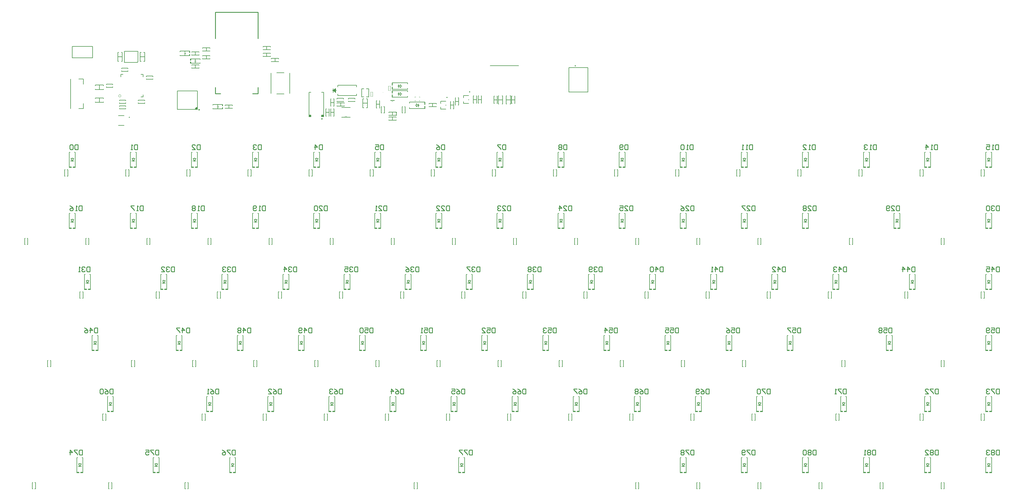
<source format=gbo>
G04*
G04 #@! TF.GenerationSoftware,Altium Limited,Altium Designer,19.0.15 (446)*
G04*
G04 Layer_Color=32896*
%FSLAX44Y44*%
%MOMM*%
G71*
G01*
G75*
%ADD10C,0.1270*%
%ADD11C,0.2540*%
%ADD12C,0.2500*%
%ADD113C,0.0000*%
%ADD114C,0.1000*%
%ADD115C,0.2000*%
%ADD116C,0.1524*%
%ADD117C,0.1500*%
%ADD118C,0.0750*%
%ADD119R,0.6750X0.5500*%
%ADD120R,0.6750X0.5500*%
G36*
X661700Y1299500D02*
X654200D01*
Y1301500D01*
X659200Y1306500D01*
X661700D01*
Y1299500D01*
D02*
G37*
D10*
X415700Y1280300D02*
X433300D01*
X415700Y1249700D02*
X433300D01*
X423000Y1401500D02*
Y1408500D01*
X430000D01*
X486000D02*
X493000D01*
Y1401500D02*
Y1408500D01*
Y1338500D02*
Y1345500D01*
X486000Y1338500D02*
X493000D01*
X1820500Y1430000D02*
X1879500D01*
X1820500Y1354000D02*
Y1430000D01*
X1879500Y1354000D02*
Y1430000D01*
X1820500Y1354000D02*
X1879500D01*
D11*
X833500Y1348500D02*
X850500D01*
Y1368500D01*
X717500Y1348500D02*
X733501D01*
X717500D02*
Y1368500D01*
Y1520500D02*
Y1602500D01*
X850500D01*
Y1520500D02*
Y1602500D01*
X3161881Y237037D02*
Y221802D01*
X3154264D01*
X3151724Y224341D01*
Y234498D01*
X3154264Y237037D01*
X3161881D01*
X3146646Y234498D02*
X3144107Y237037D01*
X3139028D01*
X3136489Y234498D01*
Y231959D01*
X3139028Y229420D01*
X3136489Y226880D01*
Y224341D01*
X3139028Y221802D01*
X3144107D01*
X3146646Y224341D01*
Y226880D01*
X3144107Y229420D01*
X3146646Y231959D01*
Y234498D01*
X3144107Y229420D02*
X3139028D01*
X3131411Y234498D02*
X3128872Y237037D01*
X3123793D01*
X3121254Y234498D01*
Y231959D01*
X3123793Y229420D01*
X3126333D01*
X3123793D01*
X3121254Y226880D01*
Y224341D01*
X3123793Y221802D01*
X3128872D01*
X3131411Y224341D01*
X2971317Y237123D02*
Y221888D01*
X2963700D01*
X2961160Y224427D01*
Y234584D01*
X2963700Y237123D01*
X2971317D01*
X2956082Y234584D02*
X2953543Y237123D01*
X2948464D01*
X2945925Y234584D01*
Y232045D01*
X2948464Y229506D01*
X2945925Y226966D01*
Y224427D01*
X2948464Y221888D01*
X2953543D01*
X2956082Y224427D01*
Y226966D01*
X2953543Y229506D01*
X2956082Y232045D01*
Y234584D01*
X2953543Y229506D02*
X2948464D01*
X2930690Y221888D02*
X2940847D01*
X2930690Y232045D01*
Y234584D01*
X2933229Y237123D01*
X2938308D01*
X2940847Y234584D01*
X2775688Y237123D02*
Y221888D01*
X2768071D01*
X2765532Y224427D01*
Y234584D01*
X2768071Y237123D01*
X2775688D01*
X2760453Y234584D02*
X2757914Y237123D01*
X2752836D01*
X2750297Y234584D01*
Y232045D01*
X2752836Y229506D01*
X2750297Y226966D01*
Y224427D01*
X2752836Y221888D01*
X2757914D01*
X2760453Y224427D01*
Y226966D01*
X2757914Y229506D01*
X2760453Y232045D01*
Y234584D01*
X2757914Y229506D02*
X2752836D01*
X2745218Y221888D02*
X2740140D01*
X2742679D01*
Y237123D01*
X2745218Y234584D01*
X2590292Y237231D02*
Y221996D01*
X2582675D01*
X2580135Y224535D01*
Y234692D01*
X2582675Y237231D01*
X2590292D01*
X2575057Y234692D02*
X2572518Y237231D01*
X2567439D01*
X2564900Y234692D01*
Y232153D01*
X2567439Y229613D01*
X2564900Y227074D01*
Y224535D01*
X2567439Y221996D01*
X2572518D01*
X2575057Y224535D01*
Y227074D01*
X2572518Y229613D01*
X2575057Y232153D01*
Y234692D01*
X2572518Y229613D02*
X2567439D01*
X2559822Y234692D02*
X2557283Y237231D01*
X2552204D01*
X2549665Y234692D01*
Y224535D01*
X2552204Y221996D01*
X2557283D01*
X2559822Y224535D01*
Y234692D01*
X2399837Y237037D02*
Y221802D01*
X2392219D01*
X2389680Y224341D01*
Y234498D01*
X2392219Y237037D01*
X2399837D01*
X2384602D02*
X2374445D01*
Y234498D01*
X2384602Y224341D01*
Y221802D01*
X2369367Y224341D02*
X2366828Y221802D01*
X2361749D01*
X2359210Y224341D01*
Y234498D01*
X2361749Y237037D01*
X2366828D01*
X2369367Y234498D01*
Y231959D01*
X2366828Y229420D01*
X2359210D01*
X2209292Y237231D02*
Y221996D01*
X2201674D01*
X2199135Y224535D01*
Y234692D01*
X2201674Y237231D01*
X2209292D01*
X2194057D02*
X2183900D01*
Y234692D01*
X2194057Y224535D01*
Y221996D01*
X2178822Y234692D02*
X2176283Y237231D01*
X2171204D01*
X2168665Y234692D01*
Y232153D01*
X2171204Y229613D01*
X2168665Y227074D01*
Y224535D01*
X2171204Y221996D01*
X2176283D01*
X2178822Y224535D01*
Y227074D01*
X2176283Y229613D01*
X2178822Y232153D01*
Y234692D01*
X2176283Y229613D02*
X2171204D01*
X1518920Y237231D02*
Y221996D01*
X1511302D01*
X1508763Y224535D01*
Y234692D01*
X1511302Y237231D01*
X1518920D01*
X1503685D02*
X1493528D01*
Y234692D01*
X1503685Y224535D01*
Y221996D01*
X1488450Y237231D02*
X1478293D01*
Y234692D01*
X1488450Y224535D01*
Y221996D01*
X779272Y237231D02*
Y221996D01*
X771655D01*
X769115Y224535D01*
Y234692D01*
X771655Y237231D01*
X779272D01*
X764037D02*
X753880D01*
Y234692D01*
X764037Y224535D01*
Y221996D01*
X738645Y237231D02*
X743724Y234692D01*
X748802Y229613D01*
Y224535D01*
X746263Y221996D01*
X741184D01*
X738645Y224535D01*
Y227074D01*
X741184Y229613D01*
X748802D01*
X541020Y237231D02*
Y221996D01*
X533402D01*
X530863Y224535D01*
Y234692D01*
X533402Y237231D01*
X541020D01*
X525785D02*
X515628D01*
Y234692D01*
X525785Y224535D01*
Y221996D01*
X500393Y237231D02*
X510550D01*
Y229613D01*
X505471Y232153D01*
X502932D01*
X500393Y229613D01*
Y224535D01*
X502932Y221996D01*
X508011D01*
X510550Y224535D01*
X303022Y237231D02*
Y221996D01*
X295404D01*
X292865Y224535D01*
Y234692D01*
X295404Y237231D01*
X303022D01*
X287787D02*
X277630D01*
Y234692D01*
X287787Y224535D01*
Y221996D01*
X264934D02*
Y237231D01*
X272552Y229613D01*
X262395D01*
X3161980Y427527D02*
Y412292D01*
X3154362D01*
X3151823Y414831D01*
Y424988D01*
X3154362Y427527D01*
X3161980D01*
X3146745D02*
X3136588D01*
Y424988D01*
X3146745Y414831D01*
Y412292D01*
X3131510Y424988D02*
X3128971Y427527D01*
X3123893D01*
X3121353Y424988D01*
Y422449D01*
X3123893Y419910D01*
X3126432D01*
X3123893D01*
X3121353Y417370D01*
Y414831D01*
X3123893Y412292D01*
X3128971D01*
X3131510Y414831D01*
X2971485Y427537D02*
Y412302D01*
X2963867D01*
X2961328Y414841D01*
Y424998D01*
X2963867Y427537D01*
X2971485D01*
X2956250D02*
X2946093D01*
Y424998D01*
X2956250Y414841D01*
Y412302D01*
X2930858D02*
X2941015D01*
X2930858Y422459D01*
Y424998D01*
X2933398Y427537D01*
X2938476D01*
X2941015Y424998D01*
X2684272Y427731D02*
Y412496D01*
X2676654D01*
X2674115Y415035D01*
Y425192D01*
X2676654Y427731D01*
X2684272D01*
X2669037D02*
X2658880D01*
Y425192D01*
X2669037Y415035D01*
Y412496D01*
X2653802D02*
X2648723D01*
X2651263D01*
Y427731D01*
X2653802Y425192D01*
X2447544Y427731D02*
Y412496D01*
X2439926D01*
X2437387Y415035D01*
Y425192D01*
X2439926Y427731D01*
X2447544D01*
X2432309D02*
X2422152D01*
Y425192D01*
X2432309Y415035D01*
Y412496D01*
X2417074Y425192D02*
X2414535Y427731D01*
X2409456D01*
X2406917Y425192D01*
Y415035D01*
X2409456Y412496D01*
X2414535D01*
X2417074Y415035D01*
Y425192D01*
X2257044Y427731D02*
Y412496D01*
X2249427D01*
X2246887Y415035D01*
Y425192D01*
X2249427Y427731D01*
X2257044D01*
X2231652D02*
X2236731Y425192D01*
X2241809Y420113D01*
Y415035D01*
X2239270Y412496D01*
X2234191D01*
X2231652Y415035D01*
Y417574D01*
X2234191Y420113D01*
X2241809D01*
X2226574Y415035D02*
X2224035Y412496D01*
X2218956D01*
X2216417Y415035D01*
Y425192D01*
X2218956Y427731D01*
X2224035D01*
X2226574Y425192D01*
Y422653D01*
X2224035Y420113D01*
X2216417D01*
X2066544Y427731D02*
Y412496D01*
X2058927D01*
X2056387Y415035D01*
Y425192D01*
X2058927Y427731D01*
X2066544D01*
X2041152D02*
X2046231Y425192D01*
X2051309Y420113D01*
Y415035D01*
X2048770Y412496D01*
X2043691D01*
X2041152Y415035D01*
Y417574D01*
X2043691Y420113D01*
X2051309D01*
X2036074Y425192D02*
X2033535Y427731D01*
X2028456D01*
X2025917Y425192D01*
Y422653D01*
X2028456Y420113D01*
X2025917Y417574D01*
Y415035D01*
X2028456Y412496D01*
X2033535D01*
X2036074Y415035D01*
Y417574D01*
X2033535Y420113D01*
X2036074Y422653D01*
Y425192D01*
X2033535Y420113D02*
X2028456D01*
X1876044Y427731D02*
Y412496D01*
X1868427D01*
X1865887Y415035D01*
Y425192D01*
X1868427Y427731D01*
X1876044D01*
X1850652D02*
X1855731Y425192D01*
X1860809Y420113D01*
Y415035D01*
X1858270Y412496D01*
X1853191D01*
X1850652Y415035D01*
Y417574D01*
X1853191Y420113D01*
X1860809D01*
X1845574Y427731D02*
X1835417D01*
Y425192D01*
X1845574Y415035D01*
Y412496D01*
X1685544Y427731D02*
Y412496D01*
X1677926D01*
X1675387Y415035D01*
Y425192D01*
X1677926Y427731D01*
X1685544D01*
X1660152D02*
X1665231Y425192D01*
X1670309Y420113D01*
Y415035D01*
X1667770Y412496D01*
X1662691D01*
X1660152Y415035D01*
Y417574D01*
X1662691Y420113D01*
X1670309D01*
X1644917Y427731D02*
X1649996Y425192D01*
X1655074Y420113D01*
Y415035D01*
X1652535Y412496D01*
X1647456D01*
X1644917Y415035D01*
Y417574D01*
X1647456Y420113D01*
X1655074D01*
X1495044Y427731D02*
Y412496D01*
X1487426D01*
X1484887Y415035D01*
Y425192D01*
X1487426Y427731D01*
X1495044D01*
X1469652D02*
X1474731Y425192D01*
X1479809Y420113D01*
Y415035D01*
X1477270Y412496D01*
X1472191D01*
X1469652Y415035D01*
Y417574D01*
X1472191Y420113D01*
X1479809D01*
X1454417Y427731D02*
X1464574D01*
Y420113D01*
X1459496Y422653D01*
X1456956D01*
X1454417Y420113D01*
Y415035D01*
X1456956Y412496D01*
X1462035D01*
X1464574Y415035D01*
X1304544Y427731D02*
Y412496D01*
X1296927D01*
X1294387Y415035D01*
Y425192D01*
X1296927Y427731D01*
X1304544D01*
X1279152D02*
X1284231Y425192D01*
X1289309Y420113D01*
Y415035D01*
X1286770Y412496D01*
X1281691D01*
X1279152Y415035D01*
Y417574D01*
X1281691Y420113D01*
X1289309D01*
X1266456Y412496D02*
Y427731D01*
X1274074Y420113D01*
X1263917D01*
X1114044Y427731D02*
Y412496D01*
X1106426D01*
X1103887Y415035D01*
Y425192D01*
X1106426Y427731D01*
X1114044D01*
X1088652D02*
X1093731Y425192D01*
X1098809Y420113D01*
Y415035D01*
X1096270Y412496D01*
X1091191D01*
X1088652Y415035D01*
Y417574D01*
X1091191Y420113D01*
X1098809D01*
X1083574Y425192D02*
X1081035Y427731D01*
X1075956D01*
X1073417Y425192D01*
Y422653D01*
X1075956Y420113D01*
X1078495D01*
X1075956D01*
X1073417Y417574D01*
Y415035D01*
X1075956Y412496D01*
X1081035D01*
X1083574Y415035D01*
X923544Y427731D02*
Y412496D01*
X915927D01*
X913387Y415035D01*
Y425192D01*
X915927Y427731D01*
X923544D01*
X898152D02*
X903231Y425192D01*
X908309Y420113D01*
Y415035D01*
X905770Y412496D01*
X900691D01*
X898152Y415035D01*
Y417574D01*
X900691Y420113D01*
X908309D01*
X882917Y412496D02*
X893074D01*
X882917Y422653D01*
Y425192D01*
X885456Y427731D01*
X890535D01*
X893074Y425192D01*
X727964Y427731D02*
Y412496D01*
X720347D01*
X717807Y415035D01*
Y425192D01*
X720347Y427731D01*
X727964D01*
X702572D02*
X707651Y425192D01*
X712729Y420113D01*
Y415035D01*
X710190Y412496D01*
X705111D01*
X702572Y415035D01*
Y417574D01*
X705111Y420113D01*
X712729D01*
X697494Y412496D02*
X692415D01*
X694955D01*
Y427731D01*
X697494Y425192D01*
X398272Y427731D02*
Y412496D01*
X390654D01*
X388115Y415035D01*
Y425192D01*
X390654Y427731D01*
X398272D01*
X372880D02*
X377959Y425192D01*
X383037Y420113D01*
Y415035D01*
X380498Y412496D01*
X375419D01*
X372880Y415035D01*
Y417574D01*
X375419Y420113D01*
X383037D01*
X367802Y425192D02*
X365263Y427731D01*
X360184D01*
X357645Y425192D01*
Y415035D01*
X360184Y412496D01*
X365263D01*
X367802Y415035D01*
Y425192D01*
X3161771Y618215D02*
Y602980D01*
X3154153D01*
X3151614Y605519D01*
Y615676D01*
X3154153Y618215D01*
X3161771D01*
X3136379D02*
X3146536D01*
Y610597D01*
X3141458Y613137D01*
X3138918D01*
X3136379Y610597D01*
Y605519D01*
X3138918Y602980D01*
X3143997D01*
X3146536Y605519D01*
X3131301D02*
X3128762Y602980D01*
X3123683D01*
X3121144Y605519D01*
Y615676D01*
X3123683Y618215D01*
X3128762D01*
X3131301Y615676D01*
Y613137D01*
X3128762Y610597D01*
X3121144D01*
X2827020Y618231D02*
Y602996D01*
X2819402D01*
X2816863Y605535D01*
Y615692D01*
X2819402Y618231D01*
X2827020D01*
X2801628D02*
X2811785D01*
Y610614D01*
X2806707Y613153D01*
X2804167D01*
X2801628Y610614D01*
Y605535D01*
X2804167Y602996D01*
X2809246D01*
X2811785Y605535D01*
X2796550Y615692D02*
X2794011Y618231D01*
X2788932D01*
X2786393Y615692D01*
Y613153D01*
X2788932Y610614D01*
X2786393Y608074D01*
Y605535D01*
X2788932Y602996D01*
X2794011D01*
X2796550Y605535D01*
Y608074D01*
X2794011Y610614D01*
X2796550Y613153D01*
Y615692D01*
X2794011Y610614D02*
X2788932D01*
X2542794Y618231D02*
Y602996D01*
X2535177D01*
X2532637Y605535D01*
Y615692D01*
X2535177Y618231D01*
X2542794D01*
X2517402D02*
X2527559D01*
Y610614D01*
X2522481Y613153D01*
X2519941D01*
X2517402Y610614D01*
Y605535D01*
X2519941Y602996D01*
X2525020D01*
X2527559Y605535D01*
X2512324Y618231D02*
X2502167D01*
Y615692D01*
X2512324Y605535D01*
Y602996D01*
X2352294Y618231D02*
Y602996D01*
X2344677D01*
X2342137Y605535D01*
Y615692D01*
X2344677Y618231D01*
X2352294D01*
X2326902D02*
X2337059D01*
Y610614D01*
X2331981Y613153D01*
X2329441D01*
X2326902Y610614D01*
Y605535D01*
X2329441Y602996D01*
X2334520D01*
X2337059Y605535D01*
X2311667Y618231D02*
X2316745Y615692D01*
X2321824Y610614D01*
Y605535D01*
X2319285Y602996D01*
X2314206D01*
X2311667Y605535D01*
Y608074D01*
X2314206Y610614D01*
X2321824D01*
X2161794Y618231D02*
Y602996D01*
X2154176D01*
X2151637Y605535D01*
Y615692D01*
X2154176Y618231D01*
X2161794D01*
X2136402D02*
X2146559D01*
Y610614D01*
X2141481Y613153D01*
X2138941D01*
X2136402Y610614D01*
Y605535D01*
X2138941Y602996D01*
X2144020D01*
X2146559Y605535D01*
X2121167Y618231D02*
X2131324D01*
Y610614D01*
X2126246Y613153D01*
X2123706D01*
X2121167Y610614D01*
Y605535D01*
X2123706Y602996D01*
X2128785D01*
X2131324Y605535D01*
X1971294Y618231D02*
Y602996D01*
X1963676D01*
X1961137Y605535D01*
Y615692D01*
X1963676Y618231D01*
X1971294D01*
X1945902D02*
X1956059D01*
Y610614D01*
X1950981Y613153D01*
X1948441D01*
X1945902Y610614D01*
Y605535D01*
X1948441Y602996D01*
X1953520D01*
X1956059Y605535D01*
X1933206Y602996D02*
Y618231D01*
X1940824Y610614D01*
X1930667D01*
X1780794Y618231D02*
Y602996D01*
X1773177D01*
X1770637Y605535D01*
Y615692D01*
X1773177Y618231D01*
X1780794D01*
X1755402D02*
X1765559D01*
Y610614D01*
X1760481Y613153D01*
X1757941D01*
X1755402Y610614D01*
Y605535D01*
X1757941Y602996D01*
X1763020D01*
X1765559Y605535D01*
X1750324Y615692D02*
X1747785Y618231D01*
X1742706D01*
X1740167Y615692D01*
Y613153D01*
X1742706Y610614D01*
X1745246D01*
X1742706D01*
X1740167Y608074D01*
Y605535D01*
X1742706Y602996D01*
X1747785D01*
X1750324Y605535D01*
X1590294Y618231D02*
Y602996D01*
X1582677D01*
X1580137Y605535D01*
Y615692D01*
X1582677Y618231D01*
X1590294D01*
X1564902D02*
X1575059D01*
Y610614D01*
X1569981Y613153D01*
X1567441D01*
X1564902Y610614D01*
Y605535D01*
X1567441Y602996D01*
X1572520D01*
X1575059Y605535D01*
X1549667Y602996D02*
X1559824D01*
X1549667Y613153D01*
Y615692D01*
X1552206Y618231D01*
X1557285D01*
X1559824Y615692D01*
X1394714Y618231D02*
Y602996D01*
X1387097D01*
X1384557Y605535D01*
Y615692D01*
X1387097Y618231D01*
X1394714D01*
X1369322D02*
X1379479D01*
Y610614D01*
X1374401Y613153D01*
X1371861D01*
X1369322Y610614D01*
Y605535D01*
X1371861Y602996D01*
X1376940D01*
X1379479Y605535D01*
X1364244Y602996D02*
X1359165D01*
X1361705D01*
Y618231D01*
X1364244Y615692D01*
X1209294Y618231D02*
Y602996D01*
X1201676D01*
X1199137Y605535D01*
Y615692D01*
X1201676Y618231D01*
X1209294D01*
X1183902D02*
X1194059D01*
Y610614D01*
X1188981Y613153D01*
X1186441D01*
X1183902Y610614D01*
Y605535D01*
X1186441Y602996D01*
X1191520D01*
X1194059Y605535D01*
X1178824Y615692D02*
X1176285Y618231D01*
X1171206D01*
X1168667Y615692D01*
Y605535D01*
X1171206Y602996D01*
X1176285D01*
X1178824Y605535D01*
Y615692D01*
X1018794Y618231D02*
Y602996D01*
X1011177D01*
X1008637Y605535D01*
Y615692D01*
X1011177Y618231D01*
X1018794D01*
X995941Y602996D02*
Y618231D01*
X1003559Y610614D01*
X993402D01*
X988324Y605535D02*
X985785Y602996D01*
X980706D01*
X978167Y605535D01*
Y615692D01*
X980706Y618231D01*
X985785D01*
X988324Y615692D01*
Y613153D01*
X985785Y610614D01*
X978167D01*
X828294Y618231D02*
Y602996D01*
X820676D01*
X818137Y605535D01*
Y615692D01*
X820676Y618231D01*
X828294D01*
X805441Y602996D02*
Y618231D01*
X813059Y610614D01*
X802902D01*
X797824Y615692D02*
X795285Y618231D01*
X790206D01*
X787667Y615692D01*
Y613153D01*
X790206Y610614D01*
X787667Y608074D01*
Y605535D01*
X790206Y602996D01*
X795285D01*
X797824Y605535D01*
Y608074D01*
X795285Y610614D01*
X797824Y613153D01*
Y615692D01*
X795285Y610614D02*
X790206D01*
X637794Y618231D02*
Y602996D01*
X630177D01*
X627637Y605535D01*
Y615692D01*
X630177Y618231D01*
X637794D01*
X614941Y602996D02*
Y618231D01*
X622559Y610614D01*
X612402D01*
X607324Y618231D02*
X597167D01*
Y615692D01*
X607324Y605535D01*
Y602996D01*
X350520Y618231D02*
Y602996D01*
X342902D01*
X340363Y605535D01*
Y615692D01*
X342902Y618231D01*
X350520D01*
X327667Y602996D02*
Y618231D01*
X335285Y610614D01*
X325128D01*
X309893Y618231D02*
X314972Y615692D01*
X320050Y610614D01*
Y605535D01*
X317511Y602996D01*
X312432D01*
X309893Y605535D01*
Y608074D01*
X312432Y610614D01*
X320050D01*
X3161980Y808619D02*
Y793384D01*
X3154362D01*
X3151823Y795923D01*
Y806080D01*
X3154362Y808619D01*
X3161980D01*
X3139128Y793384D02*
Y808619D01*
X3146745Y801002D01*
X3136588D01*
X3121353Y808619D02*
X3131510D01*
Y801002D01*
X3126432Y803541D01*
X3123893D01*
X3121353Y801002D01*
Y795923D01*
X3123893Y793384D01*
X3128971D01*
X3131510Y795923D01*
X2898648Y808731D02*
Y793496D01*
X2891031D01*
X2888491Y796035D01*
Y806192D01*
X2891031Y808731D01*
X2898648D01*
X2875795Y793496D02*
Y808731D01*
X2883413Y801114D01*
X2873256D01*
X2860560Y793496D02*
Y808731D01*
X2868178Y801114D01*
X2858021D01*
X2685542Y808731D02*
Y793496D01*
X2677924D01*
X2675385Y796035D01*
Y806192D01*
X2677924Y808731D01*
X2685542D01*
X2662690Y793496D02*
Y808731D01*
X2670307Y801114D01*
X2660150D01*
X2655072Y806192D02*
X2652533Y808731D01*
X2647454D01*
X2644915Y806192D01*
Y803653D01*
X2647454Y801114D01*
X2649994D01*
X2647454D01*
X2644915Y798574D01*
Y796035D01*
X2647454Y793496D01*
X2652533D01*
X2655072Y796035D01*
X2495042Y808731D02*
Y793496D01*
X2487424D01*
X2484885Y796035D01*
Y806192D01*
X2487424Y808731D01*
X2495042D01*
X2472189Y793496D02*
Y808731D01*
X2479807Y801114D01*
X2469650D01*
X2454415Y793496D02*
X2464572D01*
X2454415Y803653D01*
Y806192D01*
X2456954Y808731D01*
X2462033D01*
X2464572Y806192D01*
X2299462Y808731D02*
Y793496D01*
X2291844D01*
X2289305Y796035D01*
Y806192D01*
X2291844Y808731D01*
X2299462D01*
X2276609Y793496D02*
Y808731D01*
X2284227Y801114D01*
X2274070D01*
X2268992Y793496D02*
X2263914D01*
X2266453D01*
Y808731D01*
X2268992Y806192D01*
X2114042Y808731D02*
Y793496D01*
X2106425D01*
X2103885Y796035D01*
Y806192D01*
X2106425Y808731D01*
X2114042D01*
X2091189Y793496D02*
Y808731D01*
X2098807Y801114D01*
X2088650D01*
X2083572Y806192D02*
X2081033Y808731D01*
X2075954D01*
X2073415Y806192D01*
Y796035D01*
X2075954Y793496D01*
X2081033D01*
X2083572Y796035D01*
Y806192D01*
X1923542Y808731D02*
Y793496D01*
X1915925D01*
X1913385Y796035D01*
Y806192D01*
X1915925Y808731D01*
X1923542D01*
X1908307Y806192D02*
X1905768Y808731D01*
X1900689D01*
X1898150Y806192D01*
Y803653D01*
X1900689Y801114D01*
X1903229D01*
X1900689D01*
X1898150Y798574D01*
Y796035D01*
X1900689Y793496D01*
X1905768D01*
X1908307Y796035D01*
X1893072D02*
X1890533Y793496D01*
X1885454D01*
X1882915Y796035D01*
Y806192D01*
X1885454Y808731D01*
X1890533D01*
X1893072Y806192D01*
Y803653D01*
X1890533Y801114D01*
X1882915D01*
X1733042Y808731D02*
Y793496D01*
X1725424D01*
X1722885Y796035D01*
Y806192D01*
X1725424Y808731D01*
X1733042D01*
X1717807Y806192D02*
X1715268Y808731D01*
X1710189D01*
X1707650Y806192D01*
Y803653D01*
X1710189Y801114D01*
X1712729D01*
X1710189D01*
X1707650Y798574D01*
Y796035D01*
X1710189Y793496D01*
X1715268D01*
X1717807Y796035D01*
X1702572Y806192D02*
X1700033Y808731D01*
X1694954D01*
X1692415Y806192D01*
Y803653D01*
X1694954Y801114D01*
X1692415Y798574D01*
Y796035D01*
X1694954Y793496D01*
X1700033D01*
X1702572Y796035D01*
Y798574D01*
X1700033Y801114D01*
X1702572Y803653D01*
Y806192D01*
X1700033Y801114D02*
X1694954D01*
X1542542Y808731D02*
Y793496D01*
X1534924D01*
X1532385Y796035D01*
Y806192D01*
X1534924Y808731D01*
X1542542D01*
X1527307Y806192D02*
X1524768Y808731D01*
X1519689D01*
X1517150Y806192D01*
Y803653D01*
X1519689Y801114D01*
X1522229D01*
X1519689D01*
X1517150Y798574D01*
Y796035D01*
X1519689Y793496D01*
X1524768D01*
X1527307Y796035D01*
X1512072Y808731D02*
X1501915D01*
Y806192D01*
X1512072Y796035D01*
Y793496D01*
X1352042Y808731D02*
Y793496D01*
X1344424D01*
X1341885Y796035D01*
Y806192D01*
X1344424Y808731D01*
X1352042D01*
X1336807Y806192D02*
X1334268Y808731D01*
X1329189D01*
X1326650Y806192D01*
Y803653D01*
X1329189Y801114D01*
X1331729D01*
X1329189D01*
X1326650Y798574D01*
Y796035D01*
X1329189Y793496D01*
X1334268D01*
X1336807Y796035D01*
X1311415Y808731D02*
X1316494Y806192D01*
X1321572Y801114D01*
Y796035D01*
X1319033Y793496D01*
X1313954D01*
X1311415Y796035D01*
Y798574D01*
X1313954Y801114D01*
X1321572D01*
X1161542Y808731D02*
Y793496D01*
X1153924D01*
X1151385Y796035D01*
Y806192D01*
X1153924Y808731D01*
X1161542D01*
X1146307Y806192D02*
X1143768Y808731D01*
X1138689D01*
X1136150Y806192D01*
Y803653D01*
X1138689Y801114D01*
X1141229D01*
X1138689D01*
X1136150Y798574D01*
Y796035D01*
X1138689Y793496D01*
X1143768D01*
X1146307Y796035D01*
X1120915Y808731D02*
X1131072D01*
Y801114D01*
X1125993Y803653D01*
X1123454D01*
X1120915Y801114D01*
Y796035D01*
X1123454Y793496D01*
X1128533D01*
X1131072Y796035D01*
X971042Y808731D02*
Y793496D01*
X963425D01*
X960885Y796035D01*
Y806192D01*
X963425Y808731D01*
X971042D01*
X955807Y806192D02*
X953268Y808731D01*
X948189D01*
X945650Y806192D01*
Y803653D01*
X948189Y801114D01*
X950729D01*
X948189D01*
X945650Y798574D01*
Y796035D01*
X948189Y793496D01*
X953268D01*
X955807Y796035D01*
X932954Y793496D02*
Y808731D01*
X940572Y801114D01*
X930415D01*
X780542Y808731D02*
Y793496D01*
X772924D01*
X770385Y796035D01*
Y806192D01*
X772924Y808731D01*
X780542D01*
X765307Y806192D02*
X762768Y808731D01*
X757689D01*
X755150Y806192D01*
Y803653D01*
X757689Y801114D01*
X760229D01*
X757689D01*
X755150Y798574D01*
Y796035D01*
X757689Y793496D01*
X762768D01*
X765307Y796035D01*
X750072Y806192D02*
X747533Y808731D01*
X742454D01*
X739915Y806192D01*
Y803653D01*
X742454Y801114D01*
X744994D01*
X742454D01*
X739915Y798574D01*
Y796035D01*
X742454Y793496D01*
X747533D01*
X750072Y796035D01*
X590042Y808731D02*
Y793496D01*
X582425D01*
X579885Y796035D01*
Y806192D01*
X582425Y808731D01*
X590042D01*
X574807Y806192D02*
X572268Y808731D01*
X567189D01*
X564650Y806192D01*
Y803653D01*
X567189Y801114D01*
X569729D01*
X567189D01*
X564650Y798574D01*
Y796035D01*
X567189Y793496D01*
X572268D01*
X574807Y796035D01*
X549415Y793496D02*
X559572D01*
X549415Y803653D01*
Y806192D01*
X551954Y808731D01*
X557033D01*
X559572Y806192D01*
X326898Y808731D02*
Y793496D01*
X319280D01*
X316741Y796035D01*
Y806192D01*
X319280Y808731D01*
X326898D01*
X311663Y806192D02*
X309124Y808731D01*
X304045D01*
X301506Y806192D01*
Y803653D01*
X304045Y801114D01*
X306585D01*
X304045D01*
X301506Y798574D01*
Y796035D01*
X304045Y793496D01*
X309124D01*
X311663Y796035D01*
X296428Y793496D02*
X291350D01*
X293889D01*
Y808731D01*
X296428Y806192D01*
X3161948Y999115D02*
Y983880D01*
X3154330D01*
X3151791Y986419D01*
Y996576D01*
X3154330Y999115D01*
X3161948D01*
X3146713Y996576D02*
X3144174Y999115D01*
X3139095D01*
X3136556Y996576D01*
Y994037D01*
X3139095Y991498D01*
X3141635D01*
X3139095D01*
X3136556Y988958D01*
Y986419D01*
X3139095Y983880D01*
X3144174D01*
X3146713Y986419D01*
X3131478Y996576D02*
X3128939Y999115D01*
X3123860D01*
X3121321Y996576D01*
Y986419D01*
X3123860Y983880D01*
X3128939D01*
X3131478Y986419D01*
Y996576D01*
X2850896Y999231D02*
Y983996D01*
X2843279D01*
X2840739Y986535D01*
Y996692D01*
X2843279Y999231D01*
X2850896D01*
X2825504Y983996D02*
X2835661D01*
X2825504Y994153D01*
Y996692D01*
X2828044Y999231D01*
X2833122D01*
X2835661Y996692D01*
X2820426Y986535D02*
X2817887Y983996D01*
X2812808D01*
X2810269Y986535D01*
Y996692D01*
X2812808Y999231D01*
X2817887D01*
X2820426Y996692D01*
Y994153D01*
X2817887Y991613D01*
X2810269D01*
X2590448Y999109D02*
Y983874D01*
X2582831D01*
X2580291Y986413D01*
Y996570D01*
X2582831Y999109D01*
X2590448D01*
X2565056Y983874D02*
X2575213D01*
X2565056Y994031D01*
Y996570D01*
X2567596Y999109D01*
X2572674D01*
X2575213Y996570D01*
X2559978D02*
X2557439Y999109D01*
X2552360D01*
X2549821Y996570D01*
Y994031D01*
X2552360Y991492D01*
X2549821Y988952D01*
Y986413D01*
X2552360Y983874D01*
X2557439D01*
X2559978Y986413D01*
Y988952D01*
X2557439Y991492D01*
X2559978Y994031D01*
Y996570D01*
X2557439Y991492D02*
X2552360D01*
X2399948Y999117D02*
Y983882D01*
X2392330D01*
X2389791Y986421D01*
Y996578D01*
X2392330Y999117D01*
X2399948D01*
X2374556Y983882D02*
X2384713D01*
X2374556Y994039D01*
Y996578D01*
X2377095Y999117D01*
X2382174D01*
X2384713Y996578D01*
X2369478Y999117D02*
X2359321D01*
Y996578D01*
X2369478Y986421D01*
Y983882D01*
X2209292Y999029D02*
Y983794D01*
X2201674D01*
X2199135Y986333D01*
Y996490D01*
X2201674Y999029D01*
X2209292D01*
X2183900Y983794D02*
X2194057D01*
X2183900Y993951D01*
Y996490D01*
X2186439Y999029D01*
X2191518D01*
X2194057Y996490D01*
X2168665Y999029D02*
X2173743Y996490D01*
X2178822Y991412D01*
Y986333D01*
X2176283Y983794D01*
X2171204D01*
X2168665Y986333D01*
Y988872D01*
X2171204Y991412D01*
X2178822D01*
X2018948Y999117D02*
Y983882D01*
X2011331D01*
X2008791Y986421D01*
Y996578D01*
X2011331Y999117D01*
X2018948D01*
X1993556Y983882D02*
X2003713D01*
X1993556Y994039D01*
Y996578D01*
X1996095Y999117D01*
X2001174D01*
X2003713Y996578D01*
X1978321Y999117D02*
X1988478D01*
Y991499D01*
X1983400Y994039D01*
X1980860D01*
X1978321Y991499D01*
Y986421D01*
X1980860Y983882D01*
X1985939D01*
X1988478Y986421D01*
X1828448Y999117D02*
Y983882D01*
X1820831D01*
X1818291Y986421D01*
Y996578D01*
X1820831Y999117D01*
X1828448D01*
X1803056Y983882D02*
X1813213D01*
X1803056Y994039D01*
Y996578D01*
X1805595Y999117D01*
X1810674D01*
X1813213Y996578D01*
X1790360Y983882D02*
Y999117D01*
X1797978Y991499D01*
X1787821D01*
X1637948Y999119D02*
Y983884D01*
X1630331D01*
X1627791Y986423D01*
Y996580D01*
X1630331Y999119D01*
X1637948D01*
X1612556Y983884D02*
X1622713D01*
X1612556Y994041D01*
Y996580D01*
X1615095Y999119D01*
X1620174D01*
X1622713Y996580D01*
X1607478D02*
X1604939Y999119D01*
X1599860D01*
X1597321Y996580D01*
Y994041D01*
X1599860Y991501D01*
X1602400D01*
X1599860D01*
X1597321Y988962D01*
Y986423D01*
X1599860Y983884D01*
X1604939D01*
X1607478Y986423D01*
X1447480Y999025D02*
Y983790D01*
X1439863D01*
X1437323Y986329D01*
Y996486D01*
X1439863Y999025D01*
X1447480D01*
X1422088Y983790D02*
X1432245D01*
X1422088Y993947D01*
Y996486D01*
X1424627Y999025D01*
X1429706D01*
X1432245Y996486D01*
X1406853Y983790D02*
X1417010D01*
X1406853Y993947D01*
Y996486D01*
X1409392Y999025D01*
X1414471D01*
X1417010Y996486D01*
X1251868Y999117D02*
Y983882D01*
X1244250D01*
X1241711Y986421D01*
Y996578D01*
X1244250Y999117D01*
X1251868D01*
X1226476Y983882D02*
X1236633D01*
X1226476Y994039D01*
Y996578D01*
X1229015Y999117D01*
X1234094D01*
X1236633Y996578D01*
X1221398Y983882D02*
X1216320D01*
X1218859D01*
Y999117D01*
X1221398Y996578D01*
X1066448Y999111D02*
Y983876D01*
X1058830D01*
X1056291Y986415D01*
Y996572D01*
X1058830Y999111D01*
X1066448D01*
X1041056Y983876D02*
X1051213D01*
X1041056Y994033D01*
Y996572D01*
X1043595Y999111D01*
X1048674D01*
X1051213Y996572D01*
X1035978D02*
X1033439Y999111D01*
X1028360D01*
X1025821Y996572D01*
Y986415D01*
X1028360Y983876D01*
X1033439D01*
X1035978Y986415D01*
Y996572D01*
X873308Y999137D02*
Y983902D01*
X865691D01*
X863151Y986441D01*
Y996598D01*
X865691Y999137D01*
X873308D01*
X858073Y983902D02*
X852995D01*
X855534D01*
Y999137D01*
X858073Y996598D01*
X845377Y986441D02*
X842838Y983902D01*
X837759D01*
X835220Y986441D01*
Y996598D01*
X837759Y999137D01*
X842838D01*
X845377Y996598D01*
Y994059D01*
X842838Y991519D01*
X835220D01*
X682908Y999117D02*
Y983882D01*
X675291D01*
X672751Y986421D01*
Y996578D01*
X675291Y999117D01*
X682908D01*
X667673Y983882D02*
X662595D01*
X665134D01*
Y999117D01*
X667673Y996578D01*
X654977D02*
X652438Y999117D01*
X647360D01*
X644820Y996578D01*
Y994039D01*
X647360Y991499D01*
X644820Y988960D01*
Y986421D01*
X647360Y983882D01*
X652438D01*
X654977Y986421D01*
Y988960D01*
X652438Y991499D01*
X654977Y994039D01*
Y996578D01*
X652438Y991499D02*
X647360D01*
X492252Y999231D02*
Y983996D01*
X484635D01*
X482095Y986535D01*
Y996692D01*
X484635Y999231D01*
X492252D01*
X477017Y983996D02*
X471939D01*
X474478D01*
Y999231D01*
X477017Y996692D01*
X464321Y999231D02*
X454164D01*
Y996692D01*
X464321Y986535D01*
Y983996D01*
X301752Y999231D02*
Y983996D01*
X294135D01*
X291595Y986535D01*
Y996692D01*
X294135Y999231D01*
X301752D01*
X286517Y983996D02*
X281439D01*
X283978D01*
Y999231D01*
X286517Y996692D01*
X263664Y999231D02*
X268743Y996692D01*
X273821Y991613D01*
Y986535D01*
X271282Y983996D01*
X266203D01*
X263664Y986535D01*
Y989074D01*
X266203Y991613D01*
X273821D01*
X3159252Y1189731D02*
Y1174496D01*
X3151635D01*
X3149095Y1177035D01*
Y1187192D01*
X3151635Y1189731D01*
X3159252D01*
X3144017Y1174496D02*
X3138939D01*
X3141478D01*
Y1189731D01*
X3144017Y1187192D01*
X3121164Y1189731D02*
X3131321D01*
Y1182113D01*
X3126243Y1184653D01*
X3123704D01*
X3121164Y1182113D01*
Y1177035D01*
X3123704Y1174496D01*
X3128782D01*
X3131321Y1177035D01*
X2968752Y1189731D02*
Y1174496D01*
X2961135D01*
X2958595Y1177035D01*
Y1187192D01*
X2961135Y1189731D01*
X2968752D01*
X2953517Y1174496D02*
X2948439D01*
X2950978D01*
Y1189731D01*
X2953517Y1187192D01*
X2933203Y1174496D02*
Y1189731D01*
X2940821Y1182113D01*
X2930664D01*
X2778252Y1189731D02*
Y1174496D01*
X2770634D01*
X2768095Y1177035D01*
Y1187192D01*
X2770634Y1189731D01*
X2778252D01*
X2763017Y1174496D02*
X2757939D01*
X2760478D01*
Y1189731D01*
X2763017Y1187192D01*
X2750321D02*
X2747782Y1189731D01*
X2742704D01*
X2740164Y1187192D01*
Y1184653D01*
X2742704Y1182113D01*
X2745243D01*
X2742704D01*
X2740164Y1179574D01*
Y1177035D01*
X2742704Y1174496D01*
X2747782D01*
X2750321Y1177035D01*
X2587752Y1189731D02*
Y1174496D01*
X2580135D01*
X2577595Y1177035D01*
Y1187192D01*
X2580135Y1189731D01*
X2587752D01*
X2572517Y1174496D02*
X2567439D01*
X2569978D01*
Y1189731D01*
X2572517Y1187192D01*
X2549664Y1174496D02*
X2559821D01*
X2549664Y1184653D01*
Y1187192D01*
X2552204Y1189731D01*
X2557282D01*
X2559821Y1187192D01*
X2392172Y1189731D02*
Y1174496D01*
X2384554D01*
X2382015Y1177035D01*
Y1187192D01*
X2384554Y1189731D01*
X2392172D01*
X2376937Y1174496D02*
X2371859D01*
X2374398D01*
Y1189731D01*
X2376937Y1187192D01*
X2364241Y1174496D02*
X2359163D01*
X2361702D01*
Y1189731D01*
X2364241Y1187192D01*
X2206752Y1189731D02*
Y1174496D01*
X2199135D01*
X2196595Y1177035D01*
Y1187192D01*
X2199135Y1189731D01*
X2206752D01*
X2191517Y1174496D02*
X2186439D01*
X2188978D01*
Y1189731D01*
X2191517Y1187192D01*
X2178821D02*
X2176282Y1189731D01*
X2171203D01*
X2168664Y1187192D01*
Y1177035D01*
X2171203Y1174496D01*
X2176282D01*
X2178821Y1177035D01*
Y1187192D01*
X2003552Y1189731D02*
Y1174496D01*
X1995934D01*
X1993395Y1177035D01*
Y1187192D01*
X1995934Y1189731D01*
X2003552D01*
X1988317Y1177035D02*
X1985778Y1174496D01*
X1980699D01*
X1978160Y1177035D01*
Y1187192D01*
X1980699Y1189731D01*
X1985778D01*
X1988317Y1187192D01*
Y1184653D01*
X1985778Y1182113D01*
X1978160D01*
X1813052Y1189731D02*
Y1174496D01*
X1805435D01*
X1802895Y1177035D01*
Y1187192D01*
X1805435Y1189731D01*
X1813052D01*
X1797817Y1187192D02*
X1795278Y1189731D01*
X1790199D01*
X1787660Y1187192D01*
Y1184653D01*
X1790199Y1182113D01*
X1787660Y1179574D01*
Y1177035D01*
X1790199Y1174496D01*
X1795278D01*
X1797817Y1177035D01*
Y1179574D01*
X1795278Y1182113D01*
X1797817Y1184653D01*
Y1187192D01*
X1795278Y1182113D02*
X1790199D01*
X1622552Y1189731D02*
Y1174496D01*
X1614935D01*
X1612395Y1177035D01*
Y1187192D01*
X1614935Y1189731D01*
X1622552D01*
X1607317D02*
X1597160D01*
Y1187192D01*
X1607317Y1177035D01*
Y1174496D01*
X1432052Y1189731D02*
Y1174496D01*
X1424435D01*
X1421895Y1177035D01*
Y1187192D01*
X1424435Y1189731D01*
X1432052D01*
X1406660D02*
X1411739Y1187192D01*
X1416817Y1182113D01*
Y1177035D01*
X1414278Y1174496D01*
X1409199D01*
X1406660Y1177035D01*
Y1179574D01*
X1409199Y1182113D01*
X1416817D01*
X1241552Y1189731D02*
Y1174496D01*
X1233934D01*
X1231395Y1177035D01*
Y1187192D01*
X1233934Y1189731D01*
X1241552D01*
X1216160D02*
X1226317D01*
Y1182113D01*
X1221239Y1184653D01*
X1218699D01*
X1216160Y1182113D01*
Y1177035D01*
X1218699Y1174496D01*
X1223778D01*
X1226317Y1177035D01*
X1051052Y1189731D02*
Y1174496D01*
X1043435D01*
X1040895Y1177035D01*
Y1187192D01*
X1043435Y1189731D01*
X1051052D01*
X1028199Y1174496D02*
Y1189731D01*
X1035817Y1182113D01*
X1025660D01*
X860552Y1189731D02*
Y1174496D01*
X852934D01*
X850395Y1177035D01*
Y1187192D01*
X852934Y1189731D01*
X860552D01*
X845317Y1187192D02*
X842778Y1189731D01*
X837699D01*
X835160Y1187192D01*
Y1184653D01*
X837699Y1182113D01*
X840239D01*
X837699D01*
X835160Y1179574D01*
Y1177035D01*
X837699Y1174496D01*
X842778D01*
X845317Y1177035D01*
X670052Y1189731D02*
Y1174496D01*
X662434D01*
X659895Y1177035D01*
Y1187192D01*
X662434Y1189731D01*
X670052D01*
X644660Y1174496D02*
X654817D01*
X644660Y1184653D01*
Y1187192D01*
X647199Y1189731D01*
X652278D01*
X654817Y1187192D01*
X474472Y1189731D02*
Y1174496D01*
X466855D01*
X464315Y1177035D01*
Y1187192D01*
X466855Y1189731D01*
X474472D01*
X459237Y1174496D02*
X454159D01*
X456698D01*
Y1189731D01*
X459237Y1187192D01*
X289052Y1189731D02*
Y1174496D01*
X281434D01*
X278895Y1177035D01*
Y1187192D01*
X281434Y1189731D01*
X289052D01*
X273817Y1187192D02*
X271278Y1189731D01*
X266199D01*
X263660Y1187192D01*
Y1177035D01*
X266199Y1174496D01*
X271278D01*
X273817Y1177035D01*
Y1187192D01*
D12*
X668450Y1298500D02*
G03*
X668450Y1298500I-1250J0D01*
G01*
X1051500Y1270250D02*
G03*
X1051500Y1270250I-1250J0D01*
G01*
D113*
X1266952Y1327544D02*
G03*
X1273048Y1327544I3048J0D01*
G01*
X423710Y1341750D02*
G03*
X423710Y1341750I-3810J0D01*
G01*
X1128048Y1275264D02*
G03*
X1121952Y1275264I-3048J0D01*
G01*
D114*
X1241000Y1353000D02*
G03*
X1241000Y1353000I-500J0D01*
G01*
X478000Y1445500D02*
G03*
X478000Y1445500I-500J0D01*
G01*
X621250Y1472000D02*
X624750Y1474500D01*
X621250Y1472000D02*
Y1474500D01*
X624750Y1472250D02*
Y1474500D01*
Y1476750D01*
X621250Y1474500D02*
Y1477000D01*
X624750Y1474500D01*
X653750Y1450500D02*
X657250Y1453000D01*
Y1450500D02*
Y1453000D01*
X653750Y1450500D02*
Y1452750D01*
Y1448250D02*
Y1450500D01*
X657250Y1448000D02*
Y1450500D01*
X653750D02*
X657250Y1448000D01*
X723750Y1305500D02*
X727250Y1308000D01*
X723750Y1305500D02*
Y1308000D01*
X727250Y1305750D02*
Y1308000D01*
Y1310250D01*
X723750Y1308000D02*
Y1310500D01*
X727250Y1308000D01*
X1201750Y1353750D02*
X1203750D01*
X1201750Y1340250D02*
Y1353750D01*
Y1340250D02*
X1203750D01*
X1206250D02*
X1208250D01*
Y1353750D01*
X1206250D02*
X1208250D01*
X1256750Y1372600D02*
X1258750D01*
X1256750Y1359100D02*
Y1372600D01*
Y1359100D02*
X1258750D01*
X1261250D02*
X1263250D01*
Y1372600D01*
X1261250D02*
X1263250D01*
D115*
X661700Y1306500D02*
G03*
X654700Y1299500I0J-7000D01*
G01*
X450500Y1275000D02*
G03*
X450500Y1275000I-1000J0D01*
G01*
X1841000Y1435500D02*
G03*
X1841000Y1435500I-1000J0D01*
G01*
X891290Y1349250D02*
Y1412750D01*
X909070Y1347980D02*
X931930D01*
X909070Y1414020D02*
X931930D01*
X949710Y1349250D02*
Y1412750D01*
X599300Y1357500D02*
X661700D01*
Y1299500D02*
Y1357500D01*
X599300Y1299500D02*
Y1357500D01*
Y1299500D02*
X661700D01*
X466500Y1446500D02*
X474500D01*
X476500Y1448500D01*
Y1480500D01*
X434500D02*
X476500D01*
X434500Y1446500D02*
Y1480500D01*
Y1446500D02*
X466500D01*
X266150Y1302500D02*
Y1394500D01*
X292150Y1302500D02*
X306150D01*
Y1318500D01*
Y1378500D02*
Y1394500D01*
X292150D02*
X306150D01*
X335405Y1460720D02*
Y1496280D01*
X271905D02*
X335405D01*
X271905Y1460720D02*
Y1496280D01*
Y1460720D02*
X335405D01*
X1188660Y1364100D02*
X1195850D01*
Y1338700D02*
Y1364100D01*
X1188660Y1338700D02*
X1195850D01*
X1173850D02*
X1181040D01*
X1173850D02*
Y1364100D01*
X1181040D01*
X1048750Y1276750D02*
Y1282250D01*
X1055500D01*
X1009500D02*
X1016250D01*
Y1276750D02*
Y1282250D01*
X1009500Y1352750D02*
X1016250D01*
X1009500Y1276750D02*
X1016250D01*
X1048750Y1352750D02*
X1055500D01*
X1048750Y1276750D02*
X1055500D01*
X1009500D02*
Y1352750D01*
X1055500Y1276750D02*
Y1352750D01*
X1341500Y1312050D02*
X1344500D01*
X1351500D02*
X1353500D01*
X1344500Y1308050D02*
Y1317049D01*
X1351500Y1312050D01*
X1344500Y1308050D02*
X1351500Y1312050D01*
Y1307050D02*
Y1317049D01*
X1296080Y1372750D02*
X1299080D01*
X1287080D02*
X1289080D01*
X1296080Y1367750D02*
Y1376750D01*
X1289080Y1372750D02*
X1296080Y1367750D01*
X1289080Y1372750D02*
X1296080Y1376750D01*
X1289080Y1367750D02*
Y1377750D01*
X1296080Y1347750D02*
X1299080D01*
X1287080D02*
X1289080D01*
X1296080Y1342750D02*
Y1351750D01*
X1289080Y1347750D02*
X1296080Y1342750D01*
X1289080Y1347750D02*
X1296080Y1351750D01*
X1289080Y1342750D02*
Y1352750D01*
X1574550Y1436000D02*
X1663950D01*
X2224090Y384000D02*
Y387000D01*
Y375000D02*
Y377000D01*
X2220090Y384000D02*
X2229090D01*
X2224090Y377000D02*
X2229090Y384000D01*
X2220090D02*
X2224090Y377000D01*
X2219090D02*
X2229090D01*
X2938465Y384000D02*
Y387000D01*
Y375000D02*
Y377000D01*
X2934465Y384000D02*
X2943465D01*
X2938465Y377000D02*
X2943465Y384000D01*
X2934465D02*
X2938465Y377000D01*
X2933465D02*
X2943465D01*
X2676520Y384000D02*
Y387000D01*
Y375000D02*
Y377000D01*
X2672520Y384000D02*
X2681520D01*
X2676520Y377000D02*
X2681520Y384000D01*
X2672520D02*
X2676520Y377000D01*
X2671520D02*
X2681520D01*
X1462090Y384000D02*
Y387000D01*
Y375000D02*
Y377000D01*
X1458090Y384000D02*
X1467090D01*
X1462090Y377000D02*
X1467090Y384000D01*
X1458090D02*
X1462090Y377000D01*
X1457090D02*
X1467090D01*
X1081090Y384000D02*
Y387000D01*
Y375000D02*
Y377000D01*
X1077090Y384000D02*
X1086090D01*
X1081090Y377000D02*
X1086090Y384000D01*
X1077090D02*
X1081090Y377000D01*
X1076090D02*
X1086090D01*
X700090Y384000D02*
Y387000D01*
Y375000D02*
Y377000D01*
X696090Y384000D02*
X705090D01*
X700090Y377000D02*
X705090Y384000D01*
X696090D02*
X700090Y377000D01*
X695090D02*
X705090D01*
X1843090Y384000D02*
Y387000D01*
Y375000D02*
Y377000D01*
X1839090Y384000D02*
X1848090D01*
X1843090Y377000D02*
X1848090Y384000D01*
X1839090D02*
X1843090Y377000D01*
X1838090D02*
X1848090D01*
X3128960Y384000D02*
Y387000D01*
Y375000D02*
Y377000D01*
X3124960Y384000D02*
X3133960D01*
X3128960Y377000D02*
X3133960Y384000D01*
X3124960D02*
X3128960Y377000D01*
X3123960D02*
X3133960D01*
X2414590Y384000D02*
Y387000D01*
Y375000D02*
Y377000D01*
X2410590Y384000D02*
X2419590D01*
X2414590Y377000D02*
X2419590Y384000D01*
X2410590D02*
X2414590Y377000D01*
X2409590D02*
X2419590D01*
X390520Y384000D02*
Y387000D01*
Y375000D02*
Y377000D01*
X386520Y384000D02*
X395520D01*
X390520Y377000D02*
X395520Y384000D01*
X386520D02*
X390520Y377000D01*
X385520D02*
X395520D01*
X1652590Y384000D02*
Y387000D01*
Y375000D02*
Y377000D01*
X1648590Y384000D02*
X1657590D01*
X1652590Y377000D02*
X1657590Y384000D01*
X1648590D02*
X1652590Y377000D01*
X1647590D02*
X1657590D01*
X1271590Y384000D02*
Y387000D01*
Y375000D02*
Y377000D01*
X1267590Y384000D02*
X1276590D01*
X1271590Y377000D02*
X1276590Y384000D01*
X1267590D02*
X1271590Y377000D01*
X1266590D02*
X1276590D01*
X2033590Y384000D02*
Y387000D01*
Y375000D02*
Y377000D01*
X2029590Y384000D02*
X2038590D01*
X2033590Y377000D02*
X2038590Y384000D01*
X2029590D02*
X2033590Y377000D01*
X2028590D02*
X2038590D01*
X890590Y384000D02*
Y387000D01*
Y375000D02*
Y377000D01*
X886590Y384000D02*
X895590D01*
X890590Y377000D02*
X895590Y384000D01*
X886590D02*
X890590Y377000D01*
X885590D02*
X895590D01*
X1747840Y574500D02*
Y577500D01*
Y565500D02*
Y567500D01*
X1743840Y574500D02*
X1752840D01*
X1747840Y567500D02*
X1752840Y574500D01*
X1743840D02*
X1747840Y567500D01*
X1742840D02*
X1752840D01*
X2509840Y574500D02*
Y577500D01*
Y565500D02*
Y567500D01*
X2505840Y574500D02*
X2514840D01*
X2509840Y567500D02*
X2514840Y574500D01*
X2505840D02*
X2509840Y567500D01*
X2504840D02*
X2514840D01*
X2128840Y574500D02*
Y577500D01*
Y565500D02*
Y567500D01*
X2124840Y574500D02*
X2133840D01*
X2128840Y567500D02*
X2133840Y574500D01*
X2124840D02*
X2128840Y567500D01*
X2123840D02*
X2133840D01*
X604840Y574500D02*
Y577500D01*
Y565500D02*
Y567500D01*
X600840Y574500D02*
X609840D01*
X604840Y567500D02*
X609840Y574500D01*
X600840D02*
X604840Y567500D01*
X599840D02*
X609840D01*
X1366840Y574500D02*
Y577500D01*
Y565500D02*
Y567500D01*
X1362840Y574500D02*
X1371840D01*
X1366840Y567500D02*
X1371840Y574500D01*
X1362840D02*
X1366840Y567500D01*
X1361840D02*
X1371840D01*
X985840Y574500D02*
Y577500D01*
Y565500D02*
Y567500D01*
X981840Y574500D02*
X990840D01*
X985840Y567500D02*
X990840Y574500D01*
X981840D02*
X985840Y567500D01*
X980840D02*
X990840D01*
X842960Y955500D02*
Y958500D01*
Y946500D02*
Y948500D01*
X838960Y955500D02*
X847960D01*
X842960Y948500D02*
X847960Y955500D01*
X838960D02*
X842960Y948500D01*
X837960D02*
X847960D01*
X461960Y955500D02*
Y958500D01*
Y946500D02*
Y948500D01*
X457960Y955500D02*
X466960D01*
X461960Y948500D02*
X466960Y955500D01*
X457960D02*
X461960Y948500D01*
X456960D02*
X466960D01*
X2938460Y193500D02*
Y196500D01*
Y184500D02*
Y186500D01*
X2934460Y193500D02*
X2943460D01*
X2938460Y186500D02*
X2943460Y193500D01*
X2934460D02*
X2938460Y186500D01*
X2933460D02*
X2943460D01*
X2557470Y193500D02*
Y196500D01*
Y184500D02*
Y186500D01*
X2553470Y193500D02*
X2562470D01*
X2557470Y186500D02*
X2562470Y193500D01*
X2553470D02*
X2557470Y186500D01*
X2552470D02*
X2562470D01*
X2176470Y193500D02*
Y196500D01*
Y184500D02*
Y186500D01*
X2172470Y193500D02*
X2181470D01*
X2176470Y186500D02*
X2181470Y193500D01*
X2172470D02*
X2176470Y186500D01*
X2171470D02*
X2181470D01*
X1485910Y193500D02*
Y196500D01*
Y184500D02*
Y186500D01*
X1481910Y193500D02*
X1490910D01*
X1485910Y186500D02*
X1490910Y193500D01*
X1481910D02*
X1485910Y186500D01*
X1480910D02*
X1490910D01*
X771520Y193500D02*
Y196500D01*
Y184500D02*
Y186500D01*
X767520Y193500D02*
X776520D01*
X771520Y186500D02*
X776520Y193500D01*
X767520D02*
X771520Y186500D01*
X766520D02*
X776520D01*
X295270Y193500D02*
Y196500D01*
Y184500D02*
Y186500D01*
X291270Y193500D02*
X300270D01*
X295270Y186500D02*
X300270Y193500D01*
X291270D02*
X295270Y186500D01*
X290270D02*
X300270D01*
X3128960Y193500D02*
Y196500D01*
Y184500D02*
Y186500D01*
X3124960Y193500D02*
X3133960D01*
X3128960Y186500D02*
X3133960Y193500D01*
X3124960D02*
X3128960Y186500D01*
X3123960D02*
X3133960D01*
X2747957Y193500D02*
Y196500D01*
Y184500D02*
Y186500D01*
X2743958Y193500D02*
X2752958D01*
X2747957Y186500D02*
X2752958Y193500D01*
X2743958D02*
X2747957Y186500D01*
X2742958D02*
X2752958D01*
X2366960Y193500D02*
Y196500D01*
Y184500D02*
Y186500D01*
X2362960Y193500D02*
X2371960D01*
X2366960Y186500D02*
X2371960Y193500D01*
X2362960D02*
X2366960Y186500D01*
X2361960D02*
X2371960D01*
X533400Y193500D02*
Y196500D01*
Y184500D02*
Y186500D01*
X529400Y193500D02*
X538400D01*
X533400Y186500D02*
X538400Y193500D01*
X529400D02*
X533400Y186500D01*
X528400D02*
X538400D01*
X2319340Y574500D02*
Y577500D01*
Y565500D02*
Y567500D01*
X2315340Y574500D02*
X2324340D01*
X2319340Y567500D02*
X2324340Y574500D01*
X2315340D02*
X2319340Y567500D01*
X2314340D02*
X2324340D01*
X1938340Y574500D02*
Y577500D01*
Y565500D02*
Y567500D01*
X1934340Y574500D02*
X1943340D01*
X1938340Y567500D02*
X1943340Y574500D01*
X1934340D02*
X1938340Y567500D01*
X1933340D02*
X1943340D01*
X1557340Y574500D02*
Y577500D01*
Y565500D02*
Y567500D01*
X1553340Y574500D02*
X1562340D01*
X1557340Y567500D02*
X1562340Y574500D01*
X1553340D02*
X1557340Y567500D01*
X1552340D02*
X1562340D01*
X1176340Y574500D02*
Y577500D01*
Y565500D02*
Y567500D01*
X1172340Y574500D02*
X1181340D01*
X1176340Y567500D02*
X1181340Y574500D01*
X1172340D02*
X1176340Y567500D01*
X1171340D02*
X1181340D01*
X795340Y574500D02*
Y577500D01*
Y565500D02*
Y567500D01*
X791340Y574500D02*
X800340D01*
X795340Y567500D02*
X800340Y574500D01*
X791340D02*
X795340Y567500D01*
X790340D02*
X800340D01*
X342900Y574500D02*
Y577500D01*
Y565500D02*
Y567500D01*
X338900Y574500D02*
X347900D01*
X342900Y567500D02*
X347900Y574500D01*
X338900D02*
X342900Y567500D01*
X337900D02*
X347900D01*
X3128960Y574500D02*
Y577500D01*
Y565500D02*
Y567500D01*
X3124960Y574500D02*
X3133960D01*
X3128960Y567500D02*
X3133960Y574500D01*
X3124960D02*
X3128960Y567500D01*
X3123960D02*
X3133960D01*
X2819400Y574500D02*
Y577500D01*
Y565500D02*
Y567500D01*
X2815400Y574500D02*
X2824400D01*
X2819400Y567500D02*
X2824400Y574500D01*
X2815400D02*
X2819400Y567500D01*
X2814400D02*
X2824400D01*
X2462210Y765000D02*
Y768000D01*
Y756000D02*
Y758000D01*
X2458210Y765000D02*
X2467210D01*
X2462210Y758000D02*
X2467210Y765000D01*
X2458210D02*
X2462210Y758000D01*
X2457210D02*
X2467210D01*
X1128710Y765000D02*
Y768000D01*
Y756000D02*
Y758000D01*
X1124710Y765000D02*
X1133710D01*
X1128710Y758000D02*
X1133710Y765000D01*
X1124710D02*
X1128710Y758000D01*
X1123710D02*
X1133710D01*
X747710Y765000D02*
Y768000D01*
Y756000D02*
Y758000D01*
X743710Y765000D02*
X752710D01*
X747710Y758000D02*
X752710Y765000D01*
X743710D02*
X747710Y758000D01*
X742710D02*
X752710D01*
X1890710Y765000D02*
Y768000D01*
Y756000D02*
Y758000D01*
X1886710Y765000D02*
X1895710D01*
X1890710Y758000D02*
X1895710Y765000D01*
X1886710D02*
X1890710Y758000D01*
X1885710D02*
X1895710D01*
X1509710Y765000D02*
Y768000D01*
Y756000D02*
Y758000D01*
X1505710Y765000D02*
X1514710D01*
X1509710Y758000D02*
X1514710Y765000D01*
X1505710D02*
X1509710Y758000D01*
X1504710D02*
X1514710D01*
X319080Y765000D02*
Y768000D01*
Y756000D02*
Y758000D01*
X315080Y765000D02*
X324080D01*
X319080Y758000D02*
X324080Y765000D01*
X315080D02*
X319080Y758000D01*
X314080D02*
X324080D01*
X1700210Y765000D02*
Y768000D01*
Y756000D02*
Y758000D01*
X1696210Y765000D02*
X1705210D01*
X1700210Y758000D02*
X1705210Y765000D01*
X1696210D02*
X1700210Y758000D01*
X1695210D02*
X1705210D01*
X1319210Y765000D02*
Y768000D01*
Y756000D02*
Y758000D01*
X1315210Y765000D02*
X1324210D01*
X1319210Y758000D02*
X1324210Y765000D01*
X1315210D02*
X1319210Y758000D01*
X1314210D02*
X1324210D01*
X3128960Y765000D02*
Y768000D01*
Y756000D02*
Y758000D01*
X3124960Y765000D02*
X3133960D01*
X3128960Y758000D02*
X3133960Y765000D01*
X3124960D02*
X3128960Y758000D01*
X3123960D02*
X3133960D01*
X557210Y765000D02*
Y768000D01*
Y756000D02*
Y758000D01*
X553210Y765000D02*
X562210D01*
X557210Y758000D02*
X562210Y765000D01*
X553210D02*
X557210Y758000D01*
X552210D02*
X562210D01*
X2081210Y765000D02*
Y768000D01*
Y756000D02*
Y758000D01*
X2077210Y765000D02*
X2086210D01*
X2081210Y758000D02*
X2086210Y765000D01*
X2077210D02*
X2081210Y758000D01*
X2076210D02*
X2086210D01*
X2271710Y765000D02*
Y768000D01*
Y756000D02*
Y758000D01*
X2267710Y765000D02*
X2276710D01*
X2271710Y758000D02*
X2276710Y765000D01*
X2267710D02*
X2271710Y758000D01*
X2266710D02*
X2276710D01*
X2890840Y765000D02*
Y768000D01*
Y756000D02*
Y758000D01*
X2886840Y765000D02*
X2895840D01*
X2890840Y758000D02*
X2895840Y765000D01*
X2886840D02*
X2890840Y758000D01*
X2885840D02*
X2895840D01*
X938210Y765000D02*
Y768000D01*
Y756000D02*
Y758000D01*
X934210Y765000D02*
X943210D01*
X938210Y758000D02*
X943210Y765000D01*
X934210D02*
X938210Y758000D01*
X933210D02*
X943210D01*
X2652710Y765000D02*
Y768000D01*
Y756000D02*
Y758000D01*
X2648710Y765000D02*
X2657710D01*
X2652710Y758000D02*
X2657710Y765000D01*
X2648710D02*
X2652710Y758000D01*
X2647710D02*
X2657710D01*
X1795460Y955500D02*
Y958500D01*
Y946500D02*
Y948500D01*
X1791460Y955500D02*
X1800460D01*
X1795460Y948500D02*
X1800460Y955500D01*
X1791460D02*
X1795460Y948500D01*
X1790460D02*
X1800460D01*
X2557460Y955500D02*
Y958500D01*
Y946500D02*
Y948500D01*
X2553460Y955500D02*
X2562460D01*
X2557460Y948500D02*
X2562460Y955500D01*
X2553460D02*
X2557460Y948500D01*
X2552460D02*
X2562460D01*
X2176460Y955500D02*
Y958500D01*
Y946500D02*
Y948500D01*
X2172460Y955500D02*
X2181460D01*
X2176460Y948500D02*
X2181460Y955500D01*
X2172460D02*
X2176460Y948500D01*
X2171460D02*
X2181460D01*
X652460Y955500D02*
Y958500D01*
Y946500D02*
Y948500D01*
X648460Y955500D02*
X657460D01*
X652460Y948500D02*
X657460Y955500D01*
X648460D02*
X652460Y948500D01*
X647460D02*
X657460D01*
X1414460Y955500D02*
Y958500D01*
Y946500D02*
Y948500D01*
X1410460Y955500D02*
X1419460D01*
X1414460Y948500D02*
X1419460Y955500D01*
X1410460D02*
X1414460Y948500D01*
X1409460D02*
X1419460D01*
X1033460Y955500D02*
Y958500D01*
Y946500D02*
Y948500D01*
X1029460Y955500D02*
X1038460D01*
X1033460Y948500D02*
X1038460Y955500D01*
X1029460D02*
X1033460Y948500D01*
X1028460D02*
X1038460D01*
X2366960Y955500D02*
Y958500D01*
Y946500D02*
Y948500D01*
X2362960Y955500D02*
X2371960D01*
X2366960Y948500D02*
X2371960Y955500D01*
X2362960D02*
X2366960Y948500D01*
X2361960D02*
X2371960D01*
X2843210Y955500D02*
Y958500D01*
Y946500D02*
Y948500D01*
X2839210Y955500D02*
X2848210D01*
X2843210Y948500D02*
X2848210Y955500D01*
X2839210D02*
X2843210Y948500D01*
X2838210D02*
X2848210D01*
X3128960Y955500D02*
Y958500D01*
Y946500D02*
Y948500D01*
X3124960Y955500D02*
X3133960D01*
X3128960Y948500D02*
X3133960Y955500D01*
X3124960D02*
X3128960Y948500D01*
X3123960D02*
X3133960D01*
X1223960Y955500D02*
Y958500D01*
Y946500D02*
Y948500D01*
X1219960Y955500D02*
X1228960D01*
X1223960Y948500D02*
X1228960Y955500D01*
X1219960D02*
X1223960Y948500D01*
X1218960D02*
X1228960D01*
X271462Y955500D02*
Y958500D01*
Y946500D02*
Y948500D01*
X267463Y955500D02*
X276463D01*
X271462Y948500D02*
X276463Y955500D01*
X267463D02*
X271462Y948500D01*
X266463D02*
X276463D01*
X1985960Y955500D02*
Y958500D01*
Y946500D02*
Y948500D01*
X1981960Y955500D02*
X1990960D01*
X1985960Y948500D02*
X1990960Y955500D01*
X1981960D02*
X1985960Y948500D01*
X1980960D02*
X1990960D01*
X1604960Y955500D02*
Y958500D01*
Y946500D02*
Y948500D01*
X1600960Y955500D02*
X1609960D01*
X1604960Y948500D02*
X1609960Y955500D01*
X1600960D02*
X1604960Y948500D01*
X1599960D02*
X1609960D01*
X2557460Y1146000D02*
Y1149000D01*
Y1137000D02*
Y1139000D01*
X2553460Y1146000D02*
X2562460D01*
X2557460Y1139000D02*
X2562460Y1146000D01*
X2553460D02*
X2557460Y1139000D01*
X2552460D02*
X2562460D01*
X1795460Y1146000D02*
Y1149000D01*
Y1137000D02*
Y1139000D01*
X1791460Y1146000D02*
X1800460D01*
X1795460Y1139000D02*
X1800460Y1146000D01*
X1791460D02*
X1795460Y1139000D01*
X1790460D02*
X1800460D01*
X2938460Y1146000D02*
Y1149000D01*
Y1137000D02*
Y1139000D01*
X2934460Y1146000D02*
X2943460D01*
X2938460Y1139000D02*
X2943460Y1146000D01*
X2934460D02*
X2938460Y1139000D01*
X2933460D02*
X2943460D01*
X1414460Y1146000D02*
Y1149000D01*
Y1137000D02*
Y1139000D01*
X1410460Y1146000D02*
X1419460D01*
X1414460Y1139000D02*
X1419460Y1146000D01*
X1410460D02*
X1414460Y1139000D01*
X1409460D02*
X1419460D01*
X2176460Y1146000D02*
Y1149000D01*
Y1137000D02*
Y1139000D01*
X2172460Y1146000D02*
X2181460D01*
X2176460Y1139000D02*
X2181460Y1146000D01*
X2172460D02*
X2176460Y1139000D01*
X2171460D02*
X2181460D01*
X1033460Y1146000D02*
Y1149000D01*
Y1137000D02*
Y1139000D01*
X1029460Y1146000D02*
X1038460D01*
X1033460Y1139000D02*
X1038460Y1146000D01*
X1029460D02*
X1033460Y1139000D01*
X1028460D02*
X1038460D01*
X652460Y1146000D02*
Y1149000D01*
Y1137000D02*
Y1139000D01*
X648460Y1146000D02*
X657460D01*
X652460Y1139000D02*
X657460Y1146000D01*
X648460D02*
X652460Y1139000D01*
X647460D02*
X657460D01*
X1985960Y1146000D02*
Y1149000D01*
Y1137000D02*
Y1139000D01*
X1981960Y1146000D02*
X1990960D01*
X1985960Y1139000D02*
X1990960Y1146000D01*
X1981960D02*
X1985960Y1139000D01*
X1980960D02*
X1990960D01*
X2747960Y1146000D02*
Y1149000D01*
Y1137000D02*
Y1139000D01*
X2743960Y1146000D02*
X2752960D01*
X2747960Y1139000D02*
X2752960Y1146000D01*
X2743960D02*
X2747960Y1139000D01*
X2742960D02*
X2752960D01*
X2366960Y1146000D02*
Y1149000D01*
Y1137000D02*
Y1139000D01*
X2362960Y1146000D02*
X2371960D01*
X2366960Y1139000D02*
X2371960Y1146000D01*
X2362960D02*
X2366960Y1139000D01*
X2361960D02*
X2371960D01*
X3128960Y1146000D02*
Y1149000D01*
Y1137000D02*
Y1139000D01*
X3124960Y1146000D02*
X3133960D01*
X3128960Y1139000D02*
X3133960Y1146000D01*
X3124960D02*
X3128960Y1139000D01*
X3123960D02*
X3133960D01*
X461960Y1146000D02*
Y1149000D01*
Y1137000D02*
Y1139000D01*
X457960Y1146000D02*
X466960D01*
X461960Y1139000D02*
X466960Y1146000D01*
X457960D02*
X461960Y1139000D01*
X456960D02*
X466960D01*
X1223960Y1146000D02*
Y1149000D01*
Y1137000D02*
Y1139000D01*
X1219960Y1146000D02*
X1228960D01*
X1223960Y1139000D02*
X1228960Y1146000D01*
X1219960D02*
X1223960Y1139000D01*
X1218960D02*
X1228960D01*
X1604960Y1146000D02*
Y1149000D01*
Y1137000D02*
Y1139000D01*
X1600960Y1146000D02*
X1609960D01*
X1604960Y1139000D02*
X1609960Y1146000D01*
X1600960D02*
X1604960Y1139000D01*
X1599960D02*
X1609960D01*
X842960Y1146000D02*
Y1149000D01*
Y1137000D02*
Y1139000D01*
X838960Y1146000D02*
X847960D01*
X842960Y1139000D02*
X847960Y1146000D01*
X838960D02*
X842960Y1139000D01*
X837960D02*
X847960D01*
X271462Y1146000D02*
Y1149000D01*
Y1137000D02*
Y1139000D01*
X267463Y1146000D02*
X276462D01*
X271462Y1139000D02*
X276462Y1146000D01*
X267463D02*
X271462Y1139000D01*
X266462D02*
X276462D01*
D116*
X1441176Y1336749D02*
G03*
X1441176Y1336749I-1270J0D01*
G01*
X1512036Y1353999D02*
G03*
X1512036Y1353999I-1270J0D01*
G01*
X1263650Y1327544D02*
X1266952D01*
X1273048D01*
X1276350D01*
X1157792Y1343029D02*
Y1347930D01*
X1082842Y1358900D02*
X1095542D01*
X1085382Y1352549D02*
Y1365249D01*
Y1358900D02*
X1093002Y1352549D01*
X1085382Y1358900D02*
X1093002Y1353819D01*
X1085382Y1358900D02*
X1093002Y1355090D01*
X1085382Y1358900D02*
X1093002Y1356360D01*
X1085382Y1358900D02*
X1093002Y1357630D01*
X1085382Y1358900D02*
X1093002Y1365249D01*
X1085382Y1358900D02*
X1093002Y1363979D01*
X1085382Y1358900D02*
X1093002Y1362710D01*
X1085382Y1358900D02*
X1093002Y1361440D01*
X1085382Y1358900D02*
X1093002Y1360170D01*
Y1352549D02*
Y1365249D01*
X1099352Y1374769D02*
X1157792D01*
Y1369869D02*
Y1374769D01*
X1099352Y1343029D02*
X1157792D01*
X1099352D02*
Y1347930D01*
Y1369869D02*
Y1374769D01*
X1111284Y1305236D02*
X1138716D01*
X1128048Y1275264D02*
X1138716D01*
X1121952D02*
X1128048D01*
X1111284D02*
X1121952D01*
X1420856Y1325319D02*
X1436858D01*
X1420856Y1300681D02*
Y1307386D01*
Y1300681D02*
X1436858D01*
Y1312113D02*
Y1313886D01*
X1420856Y1318613D02*
Y1325319D01*
X1491716Y1342569D02*
X1507718D01*
X1491716Y1317931D02*
Y1324636D01*
Y1317931D02*
X1507718D01*
Y1329363D02*
Y1331136D01*
X1491716Y1335863D02*
Y1342569D01*
D117*
X903750Y1448420D02*
Y1458580D01*
X915180Y1457310D02*
Y1458580D01*
X892320D02*
X915180D01*
X892320Y1457310D02*
Y1458580D01*
Y1448420D02*
Y1449690D01*
Y1448420D02*
X915180D01*
Y1449690D01*
X607760Y1479580D02*
Y1481500D01*
X638000D01*
X636970Y1477040D02*
Y1481500D01*
Y1467500D02*
Y1471960D01*
X607760Y1467500D02*
X638000D01*
X607760D02*
Y1469420D01*
X636970Y1481500D02*
X638240D01*
Y1477040D02*
Y1481500D01*
X636970Y1477040D02*
X638240D01*
X636970Y1467500D02*
X638240D01*
Y1471960D01*
X636970D02*
X638240D01*
X623000Y1478000D02*
Y1481500D01*
Y1467500D02*
Y1471000D01*
X655500Y1428420D02*
Y1438580D01*
X666930Y1437310D02*
Y1438580D01*
X644070D02*
X666930D01*
X644070Y1437310D02*
Y1438580D01*
Y1428420D02*
Y1429690D01*
Y1428420D02*
X666930D01*
Y1429690D01*
X640260Y1453040D02*
X641530D01*
X640260D02*
Y1457500D01*
X641530D01*
X640260Y1447960D02*
X641530D01*
X640260Y1443500D02*
Y1447960D01*
Y1443500D02*
X641530D01*
X670740Y1455580D02*
Y1457500D01*
X640500D02*
X670740D01*
X641530Y1453040D02*
Y1457500D01*
Y1443500D02*
Y1447960D01*
X640500Y1443500D02*
X670740D01*
Y1445420D01*
X655500Y1443500D02*
Y1447000D01*
Y1454000D02*
Y1457500D01*
Y1469420D02*
Y1479580D01*
X666930Y1478310D02*
Y1479580D01*
X644070D02*
X666930D01*
X644070Y1478310D02*
Y1479580D01*
Y1469420D02*
Y1470690D01*
Y1469420D02*
X666930D01*
Y1470690D01*
X689750Y1457420D02*
Y1467580D01*
X701180Y1466310D02*
Y1467580D01*
X678320D02*
X701180D01*
X678320Y1466310D02*
Y1467580D01*
Y1457420D02*
Y1458690D01*
Y1457420D02*
X701180D01*
Y1458690D01*
X689750Y1481420D02*
Y1491580D01*
X701180Y1490310D02*
Y1491580D01*
X678320D02*
X701180D01*
X678320Y1490310D02*
Y1491580D01*
Y1481420D02*
Y1482690D01*
Y1481420D02*
X701180D01*
Y1482690D01*
X739470Y1305460D02*
X740740D01*
Y1301000D02*
Y1305460D01*
X739470Y1301000D02*
X740740D01*
X739470Y1310540D02*
X740740D01*
Y1315000D01*
X739470D02*
X740740D01*
X710260Y1301000D02*
Y1302920D01*
Y1301000D02*
X740500D01*
X739470D02*
Y1305460D01*
Y1310540D02*
Y1315000D01*
X710260D02*
X740500D01*
X710260Y1313080D02*
Y1315000D01*
X725500Y1311500D02*
Y1315000D01*
Y1301000D02*
Y1304500D01*
X759750Y1302920D02*
Y1313080D01*
X771180Y1311810D02*
Y1313080D01*
X748320D02*
X771180D01*
X748320Y1311810D02*
Y1313080D01*
Y1302920D02*
Y1304190D01*
Y1302920D02*
X771180D01*
Y1304190D01*
X878000Y1464920D02*
Y1475080D01*
X866570Y1464920D02*
Y1466190D01*
Y1464920D02*
X889430D01*
Y1466190D01*
Y1473810D02*
Y1475080D01*
X866570D02*
X889430D01*
X866570Y1473810D02*
Y1475080D01*
X878000Y1485920D02*
Y1496080D01*
X866570Y1485920D02*
Y1487190D01*
Y1485920D02*
X889430D01*
Y1487190D01*
Y1494810D02*
Y1496080D01*
X866570D02*
X889430D01*
X866570Y1494810D02*
Y1496080D01*
X418600Y1301000D02*
Y1303000D01*
Y1301000D02*
X438600D01*
Y1303000D01*
Y1309000D02*
Y1311000D01*
X418600D02*
X438600D01*
X418600Y1309000D02*
Y1311000D01*
Y1318500D02*
Y1320500D01*
Y1318500D02*
X438600D01*
Y1320500D01*
Y1326500D02*
Y1328500D01*
X418600D02*
X438600D01*
X418600Y1326500D02*
Y1328500D01*
X425500Y1418500D02*
Y1420500D01*
Y1418500D02*
X445500D01*
Y1420500D01*
Y1426500D02*
Y1428500D01*
X425500D02*
X445500D01*
X425500Y1426500D02*
Y1428500D01*
X413500Y1463500D02*
X427500D01*
X424500Y1449500D02*
X427500D01*
Y1477500D01*
X424500D02*
X427500D01*
X413500D02*
X416500D01*
X413500Y1449500D02*
Y1477500D01*
Y1449500D02*
X416500D01*
X497400Y1326500D02*
Y1328500D01*
X477400D02*
X497400D01*
X477400Y1326500D02*
Y1328500D01*
Y1318500D02*
Y1320500D01*
Y1318500D02*
X497400D01*
Y1320500D01*
X523000Y1401500D02*
Y1403500D01*
X503000D02*
X523000D01*
X503000Y1401500D02*
Y1403500D01*
Y1393500D02*
Y1395500D01*
Y1393500D02*
X523000D01*
Y1395500D01*
X483500Y1463500D02*
X497500D01*
X483500Y1477500D02*
X486500D01*
X483500Y1449500D02*
Y1477500D01*
Y1449500D02*
X486500D01*
X494500D02*
X497500D01*
Y1477500D01*
X494500D02*
X497500D01*
X356155Y1321500D02*
Y1335500D01*
X368855Y1333580D02*
Y1335500D01*
X343455D02*
X368855D01*
X343455Y1333580D02*
Y1335500D01*
Y1321500D02*
Y1323420D01*
Y1321500D02*
X368855D01*
Y1323420D01*
X356155Y1361500D02*
Y1375500D01*
X368855Y1373580D02*
Y1375500D01*
X343455D02*
X368855D01*
X343455Y1373580D02*
Y1375500D01*
Y1361500D02*
Y1363420D01*
Y1361500D02*
X368855D01*
Y1363420D01*
X378000Y1368500D02*
Y1370500D01*
Y1368500D02*
X398000D01*
Y1370500D01*
Y1376500D02*
Y1378500D01*
X378000D02*
X398000D01*
X378000Y1376500D02*
Y1378500D01*
X1132698Y1324250D02*
Y1326250D01*
Y1324250D02*
X1152698D01*
Y1326250D01*
Y1332250D02*
Y1334250D01*
X1132698D02*
X1152698D01*
X1132698Y1332250D02*
Y1334250D01*
X1117302Y1332250D02*
Y1334250D01*
X1097302D02*
X1117302D01*
X1097302Y1332250D02*
Y1334250D01*
Y1324250D02*
Y1326250D01*
Y1324250D02*
X1117302D01*
Y1326250D01*
X1108652Y1310170D02*
Y1320330D01*
X1097222Y1310170D02*
Y1311440D01*
Y1310170D02*
X1120082D01*
Y1311440D01*
Y1319060D02*
Y1320330D01*
X1097222D02*
X1120082D01*
X1097222Y1319060D02*
Y1320330D01*
X1077420Y1290250D02*
X1087580D01*
X1077420Y1301680D02*
X1078690D01*
X1077420Y1278820D02*
Y1301680D01*
Y1278820D02*
X1078690D01*
X1086310D02*
X1087580D01*
Y1301680D01*
X1086310D02*
X1087580D01*
X1062420Y1290250D02*
X1072580D01*
X1071310Y1278820D02*
X1072580D01*
Y1301680D01*
X1071310D02*
X1072580D01*
X1062420D02*
X1063690D01*
X1062420Y1278820D02*
Y1301680D01*
Y1278820D02*
X1063690D01*
X1177850Y1318750D02*
X1191850D01*
X1188850Y1304750D02*
X1191850D01*
Y1332750D01*
X1188850D02*
X1191850D01*
X1177850D02*
X1180850D01*
X1177850Y1304750D02*
Y1332750D01*
Y1304750D02*
X1180850D01*
X1077420Y1321000D02*
X1087580D01*
X1077420Y1332430D02*
X1078690D01*
X1077420Y1309570D02*
Y1332430D01*
Y1309570D02*
X1078690D01*
X1086310D02*
X1087580D01*
Y1332430D01*
X1086310D02*
X1087580D01*
X1450920Y1313000D02*
X1461080D01*
X1450920Y1324430D02*
X1452190D01*
X1450920Y1301570D02*
Y1324430D01*
Y1301570D02*
X1452190D01*
X1459810D02*
X1461080D01*
Y1324430D01*
X1459810D02*
X1461080D01*
X1395250Y1307920D02*
Y1318080D01*
X1383820Y1307920D02*
Y1309190D01*
Y1307920D02*
X1406680D01*
Y1309190D01*
Y1316810D02*
Y1318080D01*
X1383820D02*
X1406680D01*
X1383820Y1316810D02*
Y1318080D01*
X1281430Y1287270D02*
X1282700D01*
Y1291080D01*
X1281430D02*
X1282700D01*
X1281430Y1284730D02*
X1282700D01*
Y1280920D02*
Y1284730D01*
X1281430Y1280920D02*
X1282700D01*
X1258570Y1289810D02*
Y1291080D01*
X1281430D01*
Y1287270D02*
Y1291080D01*
Y1280920D02*
Y1284730D01*
X1258570Y1280920D02*
X1281430D01*
X1258570D02*
Y1282190D01*
X1270000Y1280920D02*
Y1291080D01*
X1308000Y1288252D02*
X1310000D01*
Y1308252D01*
X1308000D02*
X1310000D01*
X1300000D02*
X1302000D01*
X1300000Y1288252D02*
Y1308252D01*
Y1288252D02*
X1302000D01*
X1219920Y1315698D02*
X1230080D01*
X1228810Y1304268D02*
X1230080D01*
Y1327128D01*
X1228810D02*
X1230080D01*
X1219920D02*
X1221190D01*
X1219920Y1304268D02*
Y1327128D01*
Y1304268D02*
X1221190D01*
X1243000Y1288252D02*
X1245000D01*
Y1308252D01*
X1243000D02*
X1245000D01*
X1235000D02*
X1237000D01*
X1235000Y1288252D02*
Y1308252D01*
Y1288252D02*
X1237000D01*
X1465920Y1324500D02*
X1476080D01*
X1465920Y1335930D02*
X1467190D01*
X1465920Y1313070D02*
Y1335930D01*
Y1313070D02*
X1467190D01*
X1474810D02*
X1476080D01*
Y1335930D01*
X1474810D02*
X1476080D01*
X1323370Y1318799D02*
Y1322210D01*
Y1301890D02*
Y1305299D01*
Y1322210D02*
X1370360D01*
X1323370Y1301890D02*
X1370360D01*
Y1314590D02*
Y1322210D01*
Y1314590D02*
X1371630D01*
Y1322210D01*
X1370360D02*
X1371630D01*
X1370360Y1301890D02*
X1371630D01*
Y1309510D01*
X1370360D02*
X1371630D01*
X1370360Y1301890D02*
Y1309510D01*
X1317210Y1362590D02*
Y1366000D01*
Y1379500D02*
Y1382910D01*
X1270220Y1362590D02*
X1317210D01*
X1270220Y1382910D02*
X1317210D01*
X1270220Y1362590D02*
Y1370210D01*
X1268950D02*
X1270220D01*
X1268950Y1362590D02*
Y1370210D01*
Y1362590D02*
X1270220D01*
X1268950Y1382910D02*
X1270220D01*
X1268950Y1375290D02*
Y1382910D01*
Y1375290D02*
X1270220D01*
Y1382910D01*
X1270000Y1265920D02*
Y1276080D01*
X1258570Y1265920D02*
Y1267190D01*
Y1265920D02*
X1281430D01*
Y1267190D01*
Y1274810D02*
Y1276080D01*
X1258570D02*
X1281430D01*
X1258570Y1274810D02*
Y1276080D01*
X1317210Y1337590D02*
Y1341000D01*
Y1354500D02*
Y1357910D01*
X1270220Y1337590D02*
X1317210D01*
X1270220Y1357910D02*
X1317210D01*
X1270220Y1337590D02*
Y1345210D01*
X1268950D02*
X1270220D01*
X1268950Y1337590D02*
Y1345210D01*
Y1337590D02*
X1270220D01*
X1268950Y1357910D02*
X1270220D01*
X1268950Y1350290D02*
Y1357910D01*
Y1350290D02*
X1270220D01*
Y1357910D01*
X1537420Y1330250D02*
X1547580D01*
X1546310Y1318820D02*
X1547580D01*
Y1341680D01*
X1546310D02*
X1547580D01*
X1537420D02*
X1538690D01*
X1537420Y1318820D02*
Y1341680D01*
Y1318820D02*
X1538690D01*
X1522420Y1330250D02*
X1532580D01*
X1522420Y1341680D02*
X1523690D01*
X1522420Y1318820D02*
Y1341680D01*
Y1318820D02*
X1523690D01*
X1531310D02*
X1532580D01*
Y1341680D01*
X1531310D02*
X1532580D01*
X1586670Y1329500D02*
X1596830D01*
X1595560Y1318070D02*
X1596830D01*
Y1340930D01*
X1595560D02*
X1596830D01*
X1586670D02*
X1587940D01*
X1586670Y1318070D02*
Y1340930D01*
Y1318070D02*
X1587940D01*
X1641670Y1329500D02*
X1651830D01*
X1650560Y1318070D02*
X1651830D01*
Y1340930D01*
X1650560D02*
X1651830D01*
X1641670D02*
X1642940D01*
X1641670Y1318070D02*
Y1340930D01*
Y1318070D02*
X1642940D01*
X1599750Y1329500D02*
X1613750D01*
X1599750Y1342200D02*
X1601670D01*
X1599750Y1316800D02*
Y1342200D01*
Y1316800D02*
X1601670D01*
X1611830D02*
X1613750D01*
Y1342200D01*
X1611830D02*
X1613750D01*
X1624750Y1329500D02*
X1638750D01*
X1624750Y1342200D02*
X1626670D01*
X1624750Y1316800D02*
Y1342200D01*
Y1316800D02*
X1626670D01*
X1636830D02*
X1638750D01*
Y1342200D01*
X1636830D02*
X1638750D01*
X155000Y135900D02*
X157000D01*
Y115900D02*
Y135900D01*
X155000Y115900D02*
X157000D01*
X147000D02*
X149000D01*
X147000D02*
Y135900D01*
X149000D01*
X2036190D02*
X2038190D01*
Y115900D02*
Y135900D01*
X2036190Y115900D02*
X2038190D01*
X2028190D02*
X2030190D01*
X2028190D02*
Y135900D01*
X2030190D01*
X1345630D02*
X1347630D01*
Y115900D02*
Y135900D01*
X1345630Y115900D02*
X1347630D01*
X1337630D02*
X1339630D01*
X1337630D02*
Y135900D01*
X1339630D01*
X631250D02*
X633250D01*
Y115900D02*
Y135900D01*
X631250Y115900D02*
X633250D01*
X623250D02*
X625250D01*
X623250D02*
Y135900D01*
X625250D01*
X393130D02*
X395130D01*
Y115900D02*
Y135900D01*
X393130Y115900D02*
X395130D01*
X385130D02*
X387130D01*
X385130D02*
Y135900D01*
X387130D01*
X2417190D02*
X2419190D01*
Y115900D02*
Y135900D01*
X2417190Y115900D02*
X2419190D01*
X2409190D02*
X2411190D01*
X2409190D02*
Y135900D01*
X2411190D01*
X2226690D02*
X2228690D01*
Y115900D02*
Y135900D01*
X2226690Y115900D02*
X2228690D01*
X2218690D02*
X2220690D01*
X2218690D02*
Y135900D01*
X2220690D01*
X2607690D02*
X2609690D01*
Y115900D02*
Y135900D01*
X2607690Y115900D02*
X2609690D01*
X2599690D02*
X2601690D01*
X2599690D02*
Y135900D01*
X2601690D01*
X2988690D02*
X2990690D01*
Y115900D02*
Y135900D01*
X2988690Y115900D02*
X2990690D01*
X2980690D02*
X2982690D01*
X2980690D02*
Y135900D01*
X2982690D01*
X2798190D02*
X2800190D01*
Y115900D02*
Y135900D01*
X2798190Y115900D02*
X2800190D01*
X2790190D02*
X2792190D01*
X2790190D02*
Y135900D01*
X2792190D01*
X2652870Y329600D02*
X2654870D01*
X2652870D02*
Y349600D01*
X2654870D01*
X2660870D02*
X2662870D01*
Y329600D02*
Y349600D01*
X2660870Y329600D02*
X2662870D01*
X2914810D02*
X2916810D01*
X2914810D02*
Y349600D01*
X2916810D01*
X2922810D02*
X2924810D01*
Y329600D02*
Y349600D01*
X2922810Y329600D02*
X2924810D01*
X3105310D02*
X3107310D01*
X3105310D02*
Y349600D01*
X3107310D01*
X3113310D02*
X3115310D01*
Y329600D02*
Y349600D01*
X3113310Y329600D02*
X3115310D01*
X2009930D02*
X2011930D01*
X2009930D02*
Y349600D01*
X2011930D01*
X2017930D02*
X2019930D01*
Y329600D02*
Y349600D01*
X2017930Y329600D02*
X2019930D01*
X2200430D02*
X2202430D01*
X2200430D02*
Y349600D01*
X2202430D01*
X2208430D02*
X2210430D01*
Y329600D02*
Y349600D01*
X2208430Y329600D02*
X2210430D01*
X2390930D02*
X2392930D01*
X2390930D02*
Y349600D01*
X2392930D01*
X2398930D02*
X2400930D01*
Y329600D02*
Y349600D01*
X2398930Y329600D02*
X2400930D01*
X1438430D02*
X1440430D01*
X1438430D02*
Y349600D01*
X1440430D01*
X1446430D02*
X1448430D01*
Y329600D02*
Y349600D01*
X1446430Y329600D02*
X1448430D01*
X1628930D02*
X1630930D01*
X1628930D02*
Y349600D01*
X1630930D01*
X1636930D02*
X1638930D01*
Y329600D02*
Y349600D01*
X1636930Y329600D02*
X1638930D01*
X1819430D02*
X1821430D01*
X1819430D02*
Y349600D01*
X1821430D01*
X1827430D02*
X1829430D01*
Y329600D02*
Y349600D01*
X1827430Y329600D02*
X1829430D01*
X1247930D02*
X1249930D01*
X1247930D02*
Y349600D01*
X1249930D01*
X1255930D02*
X1257930D01*
Y329600D02*
Y349600D01*
X1255930Y329600D02*
X1257930D01*
X866930D02*
X868930D01*
X866930D02*
Y349600D01*
X868930D01*
X874930D02*
X876930D01*
Y329600D02*
Y349600D01*
X874930Y329600D02*
X876930D01*
X202630Y516900D02*
X204630D01*
Y496900D02*
Y516900D01*
X202630Y496900D02*
X204630D01*
X194630D02*
X196630D01*
X194630D02*
Y516900D01*
X196630D01*
X366870Y329600D02*
X368870D01*
X366870D02*
Y349600D01*
X368870D01*
X374870D02*
X376870D01*
Y329600D02*
Y349600D01*
X374870Y329600D02*
X376870D01*
X676430D02*
X678430D01*
X676430D02*
Y349600D01*
X678430D01*
X684430D02*
X686430D01*
Y329600D02*
Y349600D01*
X684430Y329600D02*
X686430D01*
X1036070Y516900D02*
X1038070D01*
Y496900D02*
Y516900D01*
X1036070Y496900D02*
X1038070D01*
X1028070D02*
X1030070D01*
X1028070D02*
Y516900D01*
X1030070D01*
X845570D02*
X847570D01*
Y496900D02*
Y516900D01*
X845570Y496900D02*
X847570D01*
X837570D02*
X839570D01*
X837570D02*
Y516900D01*
X839570D01*
X655070D02*
X657070D01*
Y496900D02*
Y516900D01*
X655070Y496900D02*
X657070D01*
X647070D02*
X649070D01*
X647070D02*
Y516900D01*
X649070D01*
X464570D02*
X466570D01*
Y496900D02*
Y516900D01*
X464570Y496900D02*
X466570D01*
X456570D02*
X458570D01*
X456570D02*
Y516900D01*
X458570D01*
X1607570D02*
X1609570D01*
Y496900D02*
Y516900D01*
X1607570Y496900D02*
X1609570D01*
X1599570D02*
X1601570D01*
X1599570D02*
Y516900D01*
X1601570D01*
X1417070D02*
X1419070D01*
Y496900D02*
Y516900D01*
X1417070Y496900D02*
X1419070D01*
X1409070D02*
X1411070D01*
X1409070D02*
Y516900D01*
X1411070D01*
X1226570D02*
X1228570D01*
Y496900D02*
Y516900D01*
X1226570Y496900D02*
X1228570D01*
X1218570D02*
X1220570D01*
X1218570D02*
Y516900D01*
X1220570D01*
X1798070D02*
X1800070D01*
Y496900D02*
Y516900D01*
X1798070Y496900D02*
X1800070D01*
X1790070D02*
X1792070D01*
X1790070D02*
Y516900D01*
X1792070D01*
X1988570D02*
X1990570D01*
Y496900D02*
Y516900D01*
X1988570Y496900D02*
X1990570D01*
X1980570D02*
X1982570D01*
X1980570D02*
Y516900D01*
X1982570D01*
X2179070D02*
X2181070D01*
Y496900D02*
Y516900D01*
X2179070Y496900D02*
X2181070D01*
X2171070D02*
X2173070D01*
X2171070D02*
Y516900D01*
X2173070D01*
X2988690D02*
X2990690D01*
Y496900D02*
Y516900D01*
X2988690Y496900D02*
X2990690D01*
X2980690D02*
X2982690D01*
X2980690D02*
Y516900D01*
X2982690D01*
X2679130D02*
X2681130D01*
Y496900D02*
Y516900D01*
X2679130Y496900D02*
X2681130D01*
X2671130D02*
X2673130D01*
X2671130D02*
Y516900D01*
X2673130D01*
X2369570D02*
X2371570D01*
Y496900D02*
Y516900D01*
X2369570Y496900D02*
X2371570D01*
X2361570D02*
X2363570D01*
X2361570D02*
Y516900D01*
X2363570D01*
X2438560Y710600D02*
X2440560D01*
X2438560D02*
Y730600D01*
X2440560D01*
X2446560D02*
X2448560D01*
Y710600D02*
Y730600D01*
X2446560Y710600D02*
X2448560D01*
X2629060D02*
X2631060D01*
X2629060D02*
Y730600D01*
X2631060D01*
X2637060D02*
X2639060D01*
Y710600D02*
Y730600D01*
X2637060Y710600D02*
X2639060D01*
X2867190D02*
X2869190D01*
X2867190D02*
Y730600D01*
X2869190D01*
X2875190D02*
X2877190D01*
Y710600D02*
Y730600D01*
X2875190Y710600D02*
X2877190D01*
X3105310D02*
X3107310D01*
X3105310D02*
Y730600D01*
X3107310D01*
X3113310D02*
X3115310D01*
Y710600D02*
Y730600D01*
X3113310Y710600D02*
X3115310D01*
X1867060D02*
X1869060D01*
X1867060D02*
Y730600D01*
X1869060D01*
X1875060D02*
X1877060D01*
Y710600D02*
Y730600D01*
X1875060Y710600D02*
X1877060D01*
X2057560D02*
X2059560D01*
X2057560D02*
Y730600D01*
X2059560D01*
X2065560D02*
X2067560D01*
Y710600D02*
Y730600D01*
X2065560Y710600D02*
X2067560D01*
X2248060D02*
X2250060D01*
X2248060D02*
Y730600D01*
X2250060D01*
X2256060D02*
X2258060D01*
Y710600D02*
Y730600D01*
X2256060Y710600D02*
X2258060D01*
X914560D02*
X916560D01*
X914560D02*
Y730600D01*
X916560D01*
X922560D02*
X924560D01*
Y710600D02*
Y730600D01*
X922560Y710600D02*
X924560D01*
X1105060D02*
X1107060D01*
X1105060D02*
Y730600D01*
X1107060D01*
X1113060D02*
X1115060D01*
Y710600D02*
Y730600D01*
X1113060Y710600D02*
X1115060D01*
X1295560D02*
X1297560D01*
X1295560D02*
Y730600D01*
X1297560D01*
X1303560D02*
X1305560D01*
Y710600D02*
Y730600D01*
X1303560Y710600D02*
X1305560D01*
X1486060D02*
X1488060D01*
X1486060D02*
Y730600D01*
X1488060D01*
X1494060D02*
X1496060D01*
Y710600D02*
Y730600D01*
X1494060Y710600D02*
X1496060D01*
X1676560D02*
X1678560D01*
X1676560D02*
Y730600D01*
X1678560D01*
X1684560D02*
X1686560D01*
Y710600D02*
Y730600D01*
X1684560Y710600D02*
X1686560D01*
X724060D02*
X726060D01*
X724060D02*
Y730600D01*
X726060D01*
X732060D02*
X734060D01*
Y710600D02*
Y730600D01*
X732060Y710600D02*
X734060D01*
X131190Y897900D02*
X133190D01*
Y877900D02*
Y897900D01*
X131190Y877900D02*
X133190D01*
X123190D02*
X125190D01*
X123190D02*
Y897900D01*
X125190D01*
X295430Y710600D02*
X297430D01*
X295430D02*
Y730600D01*
X297430D01*
X303430D02*
X305430D01*
Y710600D02*
Y730600D01*
X303430Y710600D02*
X305430D01*
X533560D02*
X535560D01*
X533560D02*
Y730600D01*
X535560D01*
X541560D02*
X543560D01*
Y710600D02*
Y730600D01*
X541560Y710600D02*
X543560D01*
X702690Y897900D02*
X704690D01*
Y877900D02*
Y897900D01*
X702690Y877900D02*
X704690D01*
X694690D02*
X696690D01*
X694690D02*
Y897900D01*
X696690D01*
X512190D02*
X514190D01*
Y877900D02*
Y897900D01*
X512190Y877900D02*
X514190D01*
X504190D02*
X506190D01*
X504190D02*
Y897900D01*
X506190D01*
X321690D02*
X323690D01*
Y877900D02*
Y897900D01*
X321690Y877900D02*
X323690D01*
X313690D02*
X315690D01*
X313690D02*
Y897900D01*
X315690D01*
X1274190D02*
X1276190D01*
Y877900D02*
Y897900D01*
X1274190Y877900D02*
X1276190D01*
X1266190D02*
X1268190D01*
X1266190D02*
Y897900D01*
X1268190D01*
X1083690D02*
X1085690D01*
Y877900D02*
Y897900D01*
X1083690Y877900D02*
X1085690D01*
X1075690D02*
X1077690D01*
X1075690D02*
Y897900D01*
X1077690D01*
X893190D02*
X895190D01*
Y877900D02*
Y897900D01*
X893190Y877900D02*
X895190D01*
X885190D02*
X887190D01*
X885190D02*
Y897900D01*
X887190D01*
X2036190D02*
X2038190D01*
Y877900D02*
Y897900D01*
X2036190Y877900D02*
X2038190D01*
X2028190D02*
X2030190D01*
X2028190D02*
Y897900D01*
X2030190D01*
X1845690D02*
X1847690D01*
Y877900D02*
Y897900D01*
X1845690Y877900D02*
X1847690D01*
X1837690D02*
X1839690D01*
X1837690D02*
Y897900D01*
X1839690D01*
X1655190D02*
X1657190D01*
Y877900D02*
Y897900D01*
X1655190Y877900D02*
X1657190D01*
X1647190D02*
X1649190D01*
X1647190D02*
Y897900D01*
X1649190D01*
X1464690D02*
X1466690D01*
Y877900D02*
Y897900D01*
X1464690Y877900D02*
X1466690D01*
X1456690D02*
X1458690D01*
X1456690D02*
Y897900D01*
X1458690D01*
X2702940D02*
X2704940D01*
Y877900D02*
Y897900D01*
X2702940Y877900D02*
X2704940D01*
X2694940D02*
X2696940D01*
X2694940D02*
Y897900D01*
X2696940D01*
X2417190D02*
X2419190D01*
Y877900D02*
Y897900D01*
X2417190Y877900D02*
X2419190D01*
X2409190D02*
X2411190D01*
X2409190D02*
Y897900D01*
X2411190D01*
X2226690D02*
X2228690D01*
Y877900D02*
Y897900D01*
X2226690Y877900D02*
X2228690D01*
X2218690D02*
X2220690D01*
X2218690D02*
Y897900D01*
X2220690D01*
X2988690D02*
X2990690D01*
Y877900D02*
Y897900D01*
X2988690Y877900D02*
X2990690D01*
X2980690D02*
X2982690D01*
X2980690D02*
Y897900D01*
X2982690D01*
X2724310Y1091600D02*
X2726310D01*
X2724310D02*
Y1111600D01*
X2726310D01*
X2732310D02*
X2734310D01*
Y1091600D02*
Y1111600D01*
X2732310Y1091600D02*
X2734310D01*
X2914810D02*
X2916810D01*
X2914810D02*
Y1111600D01*
X2916810D01*
X2922810D02*
X2924810D01*
Y1091600D02*
Y1111600D01*
X2922810Y1091600D02*
X2924810D01*
X3105310D02*
X3107310D01*
X3105310D02*
Y1111600D01*
X3107310D01*
X3113310D02*
X3115310D01*
Y1091600D02*
Y1111600D01*
X3113310Y1091600D02*
X3115310D01*
X2152810D02*
X2154810D01*
X2152810D02*
Y1111600D01*
X2154810D01*
X2160810D02*
X2162810D01*
Y1091600D02*
Y1111600D01*
X2160810Y1091600D02*
X2162810D01*
X2343310D02*
X2345310D01*
X2343310D02*
Y1111600D01*
X2345310D01*
X2351310D02*
X2353310D01*
Y1091600D02*
Y1111600D01*
X2351310Y1091600D02*
X2353310D01*
X2533810D02*
X2535810D01*
X2533810D02*
Y1111600D01*
X2535810D01*
X2541810D02*
X2543810D01*
Y1091600D02*
Y1111600D01*
X2541810Y1091600D02*
X2543810D01*
X1581310D02*
X1583310D01*
X1581310D02*
Y1111600D01*
X1583310D01*
X1589310D02*
X1591310D01*
Y1091600D02*
Y1111600D01*
X1589310Y1091600D02*
X1591310D01*
X1771810D02*
X1773810D01*
X1771810D02*
Y1111600D01*
X1773810D01*
X1779810D02*
X1781810D01*
Y1091600D02*
Y1111600D01*
X1779810Y1091600D02*
X1781810D01*
X1962310D02*
X1964310D01*
X1962310D02*
Y1111600D01*
X1964310D01*
X1970310D02*
X1972310D01*
Y1091600D02*
Y1111600D01*
X1970310Y1091600D02*
X1972310D01*
X819310D02*
X821310D01*
X819310D02*
Y1111600D01*
X821310D01*
X827310D02*
X829310D01*
Y1091600D02*
Y1111600D01*
X827310Y1091600D02*
X829310D01*
X1009810D02*
X1011810D01*
X1009810D02*
Y1111600D01*
X1011810D01*
X1017810D02*
X1019810D01*
Y1091600D02*
Y1111600D01*
X1017810Y1091600D02*
X1019810D01*
X1200310D02*
X1202310D01*
X1200310D02*
Y1111600D01*
X1202310D01*
X1208310D02*
X1210310D01*
Y1091600D02*
Y1111600D01*
X1208310Y1091600D02*
X1210310D01*
X1390810D02*
X1392810D01*
X1390810D02*
Y1111600D01*
X1392810D01*
X1398810D02*
X1400810D01*
Y1091600D02*
Y1111600D01*
X1398810Y1091600D02*
X1400810D01*
X438310D02*
X440310D01*
X438310D02*
Y1111600D01*
X440310D01*
X446310D02*
X448310D01*
Y1091600D02*
Y1111600D01*
X446310Y1091600D02*
X448310D01*
X628810D02*
X630810D01*
X628810D02*
Y1111600D01*
X630810D01*
X636810D02*
X638810D01*
Y1091600D02*
Y1111600D01*
X636810Y1091600D02*
X638810D01*
X247813D02*
X249813D01*
X247813D02*
Y1111600D01*
X249813D01*
X255812D02*
X257812D01*
Y1091600D02*
Y1111600D01*
X255812Y1091600D02*
X257812D01*
X1065430Y329600D02*
X1067430D01*
Y349600D01*
X1065430D02*
X1067430D01*
X1057430D02*
X1059430D01*
X1057430Y329600D02*
Y349600D01*
Y329600D02*
X1059430D01*
X2214930Y404000D02*
X2217340D01*
X2214930Y358140D02*
Y404000D01*
Y356870D02*
Y358140D01*
Y356870D02*
X2221550D01*
Y358140D01*
X2214930D02*
X2221550D01*
X2226630D02*
X2233250D01*
X2226630Y356870D02*
Y358140D01*
Y356870D02*
X2233250D01*
Y358140D01*
Y404000D01*
X2230840D02*
X2233250D01*
X2929305D02*
X2931715D01*
X2929305Y358140D02*
Y404000D01*
Y356870D02*
Y358140D01*
Y356870D02*
X2935925D01*
Y358140D01*
X2929305D02*
X2935925D01*
X2941005D02*
X2947625D01*
X2941005Y356870D02*
Y358140D01*
Y356870D02*
X2947625D01*
Y358140D01*
Y404000D01*
X2945215D02*
X2947625D01*
X2667360D02*
X2669770D01*
X2667360Y358140D02*
Y404000D01*
Y356870D02*
Y358140D01*
Y356870D02*
X2673980D01*
Y358140D01*
X2667360D02*
X2673980D01*
X2679060D02*
X2685680D01*
X2679060Y356870D02*
Y358140D01*
Y356870D02*
X2685680D01*
Y358140D01*
Y404000D01*
X2683270D02*
X2685680D01*
X1452930D02*
X1455340D01*
X1452930Y358140D02*
Y404000D01*
Y356870D02*
Y358140D01*
Y356870D02*
X1459550D01*
Y358140D01*
X1452930D02*
X1459550D01*
X1464630D02*
X1471250D01*
X1464630Y356870D02*
Y358140D01*
Y356870D02*
X1471250D01*
Y358140D01*
Y404000D01*
X1468840D02*
X1471250D01*
X1071930D02*
X1074340D01*
X1071930Y358140D02*
Y404000D01*
Y356870D02*
Y358140D01*
Y356870D02*
X1078550D01*
Y358140D01*
X1071930D02*
X1078550D01*
X1083630D02*
X1090250D01*
X1083630Y356870D02*
Y358140D01*
Y356870D02*
X1090250D01*
Y358140D01*
Y404000D01*
X1087840D02*
X1090250D01*
X690930D02*
X693340D01*
X690930Y358140D02*
Y404000D01*
Y356870D02*
Y358140D01*
Y356870D02*
X697550D01*
Y358140D01*
X690930D02*
X697550D01*
X702630D02*
X709250D01*
X702630Y356870D02*
Y358140D01*
Y356870D02*
X709250D01*
Y358140D01*
Y404000D01*
X706840D02*
X709250D01*
X1833930D02*
X1836340D01*
X1833930Y358140D02*
Y404000D01*
Y356870D02*
Y358140D01*
Y356870D02*
X1840550D01*
Y358140D01*
X1833930D02*
X1840550D01*
X1845630D02*
X1852250D01*
X1845630Y356870D02*
Y358140D01*
Y356870D02*
X1852250D01*
Y358140D01*
Y404000D01*
X1849840D02*
X1852250D01*
X3119800D02*
X3122210D01*
X3119800Y358140D02*
Y404000D01*
Y356870D02*
Y358140D01*
Y356870D02*
X3126420D01*
Y358140D01*
X3119800D02*
X3126420D01*
X3131500D02*
X3138120D01*
X3131500Y356870D02*
Y358140D01*
Y356870D02*
X3138120D01*
Y358140D01*
Y404000D01*
X3135710D02*
X3138120D01*
X2405430D02*
X2407840D01*
X2405430Y358140D02*
Y404000D01*
Y356870D02*
Y358140D01*
Y356870D02*
X2412050D01*
Y358140D01*
X2405430D02*
X2412050D01*
X2417130D02*
X2423750D01*
X2417130Y356870D02*
Y358140D01*
Y356870D02*
X2423750D01*
Y358140D01*
Y404000D01*
X2421340D02*
X2423750D01*
X381360D02*
X383770D01*
X381360Y358140D02*
Y404000D01*
Y356870D02*
Y358140D01*
Y356870D02*
X387980D01*
Y358140D01*
X381360D02*
X387980D01*
X393060D02*
X399680D01*
X393060Y356870D02*
Y358140D01*
Y356870D02*
X399680D01*
Y358140D01*
Y404000D01*
X397270D02*
X399680D01*
X1643430D02*
X1645840D01*
X1643430Y358140D02*
Y404000D01*
Y356870D02*
Y358140D01*
Y356870D02*
X1650050D01*
Y358140D01*
X1643430D02*
X1650050D01*
X1655130D02*
X1661750D01*
X1655130Y356870D02*
Y358140D01*
Y356870D02*
X1661750D01*
Y358140D01*
Y404000D01*
X1659340D02*
X1661750D01*
X1262430D02*
X1264840D01*
X1262430Y358140D02*
Y404000D01*
Y356870D02*
Y358140D01*
Y356870D02*
X1269050D01*
Y358140D01*
X1262430D02*
X1269050D01*
X1274130D02*
X1280750D01*
X1274130Y356870D02*
Y358140D01*
Y356870D02*
X1280750D01*
Y358140D01*
Y404000D01*
X1278340D02*
X1280750D01*
X2024430D02*
X2026840D01*
X2024430Y358140D02*
Y404000D01*
Y356870D02*
Y358140D01*
Y356870D02*
X2031050D01*
Y358140D01*
X2024430D02*
X2031050D01*
X2036130D02*
X2042750D01*
X2036130Y356870D02*
Y358140D01*
Y356870D02*
X2042750D01*
Y358140D01*
Y404000D01*
X2040340D02*
X2042750D01*
X881430D02*
X883840D01*
X881430Y358140D02*
Y404000D01*
Y356870D02*
Y358140D01*
Y356870D02*
X888050D01*
Y358140D01*
X881430D02*
X888050D01*
X893130D02*
X899750D01*
X893130Y356870D02*
Y358140D01*
Y356870D02*
X899750D01*
Y358140D01*
Y404000D01*
X897340D02*
X899750D01*
X1738680Y594500D02*
X1741090D01*
X1738680Y548640D02*
Y594500D01*
Y547370D02*
Y548640D01*
Y547370D02*
X1745300D01*
Y548640D01*
X1738680D02*
X1745300D01*
X1750380D02*
X1757000D01*
X1750380Y547370D02*
Y548640D01*
Y547370D02*
X1757000D01*
Y548640D01*
Y594500D01*
X1754590D02*
X1757000D01*
X2500680D02*
X2503090D01*
X2500680Y548640D02*
Y594500D01*
Y547370D02*
Y548640D01*
Y547370D02*
X2507300D01*
Y548640D01*
X2500680D02*
X2507300D01*
X2512380D02*
X2519000D01*
X2512380Y547370D02*
Y548640D01*
Y547370D02*
X2519000D01*
Y548640D01*
Y594500D01*
X2516590D02*
X2519000D01*
X2119680D02*
X2122090D01*
X2119680Y548640D02*
Y594500D01*
Y547370D02*
Y548640D01*
Y547370D02*
X2126300D01*
Y548640D01*
X2119680D02*
X2126300D01*
X2131380D02*
X2138000D01*
X2131380Y547370D02*
Y548640D01*
Y547370D02*
X2138000D01*
Y548640D01*
Y594500D01*
X2135590D02*
X2138000D01*
X595680D02*
X598090D01*
X595680Y548640D02*
Y594500D01*
Y547370D02*
Y548640D01*
Y547370D02*
X602300D01*
Y548640D01*
X595680D02*
X602300D01*
X607380D02*
X614000D01*
X607380Y547370D02*
Y548640D01*
Y547370D02*
X614000D01*
Y548640D01*
Y594500D01*
X611590D02*
X614000D01*
X1357680D02*
X1360090D01*
X1357680Y548640D02*
Y594500D01*
Y547370D02*
Y548640D01*
Y547370D02*
X1364300D01*
Y548640D01*
X1357680D02*
X1364300D01*
X1369380D02*
X1376000D01*
X1369380Y547370D02*
Y548640D01*
Y547370D02*
X1376000D01*
Y548640D01*
Y594500D01*
X1373590D02*
X1376000D01*
X976680D02*
X979090D01*
X976680Y548640D02*
Y594500D01*
Y547370D02*
Y548640D01*
Y547370D02*
X983300D01*
Y548640D01*
X976680D02*
X983300D01*
X988380D02*
X995000D01*
X988380Y547370D02*
Y548640D01*
Y547370D02*
X995000D01*
Y548640D01*
Y594500D01*
X992590D02*
X995000D01*
X833800Y975500D02*
X836210D01*
X833800Y929640D02*
Y975500D01*
Y928370D02*
Y929640D01*
Y928370D02*
X840420D01*
Y929640D01*
X833800D02*
X840420D01*
X845500D02*
X852120D01*
X845500Y928370D02*
Y929640D01*
Y928370D02*
X852120D01*
Y929640D01*
Y975500D01*
X849710D02*
X852120D01*
X452800D02*
X455210D01*
X452800Y929640D02*
Y975500D01*
Y928370D02*
Y929640D01*
Y928370D02*
X459420D01*
Y929640D01*
X452800D02*
X459420D01*
X464500D02*
X471120D01*
X464500Y928370D02*
Y929640D01*
Y928370D02*
X471120D01*
Y929640D01*
Y975500D01*
X468710D02*
X471120D01*
X2929300Y213500D02*
X2931710D01*
X2929300Y167640D02*
Y213500D01*
Y166370D02*
Y167640D01*
Y166370D02*
X2935920D01*
Y167640D01*
X2929300D02*
X2935920D01*
X2941000D02*
X2947620D01*
X2941000Y166370D02*
Y167640D01*
Y166370D02*
X2947620D01*
Y167640D01*
Y213500D01*
X2945210D02*
X2947620D01*
X2548310D02*
X2550720D01*
X2548310Y167640D02*
Y213500D01*
Y166370D02*
Y167640D01*
Y166370D02*
X2554930D01*
Y167640D01*
X2548310D02*
X2554930D01*
X2560010D02*
X2566630D01*
X2560010Y166370D02*
Y167640D01*
Y166370D02*
X2566630D01*
Y167640D01*
Y213500D01*
X2564220D02*
X2566630D01*
X2167310D02*
X2169720D01*
X2167310Y167640D02*
Y213500D01*
Y166370D02*
Y167640D01*
Y166370D02*
X2173930D01*
Y167640D01*
X2167310D02*
X2173930D01*
X2179010D02*
X2185630D01*
X2179010Y166370D02*
Y167640D01*
Y166370D02*
X2185630D01*
Y167640D01*
Y213500D01*
X2183220D02*
X2185630D01*
X1476750D02*
X1479160D01*
X1476750Y167640D02*
Y213500D01*
Y166370D02*
Y167640D01*
Y166370D02*
X1483370D01*
Y167640D01*
X1476750D02*
X1483370D01*
X1488450D02*
X1495070D01*
X1488450Y166370D02*
Y167640D01*
Y166370D02*
X1495070D01*
Y167640D01*
Y213500D01*
X1492660D02*
X1495070D01*
X762360D02*
X764770D01*
X762360Y167640D02*
Y213500D01*
Y166370D02*
Y167640D01*
Y166370D02*
X768980D01*
Y167640D01*
X762360D02*
X768980D01*
X774060D02*
X780680D01*
X774060Y166370D02*
Y167640D01*
Y166370D02*
X780680D01*
Y167640D01*
Y213500D01*
X778270D02*
X780680D01*
X286110D02*
X288520D01*
X286110Y167640D02*
Y213500D01*
Y166370D02*
Y167640D01*
Y166370D02*
X292730D01*
Y167640D01*
X286110D02*
X292730D01*
X297810D02*
X304430D01*
X297810Y166370D02*
Y167640D01*
Y166370D02*
X304430D01*
Y167640D01*
Y213500D01*
X302020D02*
X304430D01*
X3119800D02*
X3122210D01*
X3119800Y167640D02*
Y213500D01*
Y166370D02*
Y167640D01*
Y166370D02*
X3126420D01*
Y167640D01*
X3119800D02*
X3126420D01*
X3131500D02*
X3138120D01*
X3131500Y166370D02*
Y167640D01*
Y166370D02*
X3138120D01*
Y167640D01*
Y213500D01*
X3135710D02*
X3138120D01*
X2738798D02*
X2741208D01*
X2738798Y167640D02*
Y213500D01*
Y166370D02*
Y167640D01*
Y166370D02*
X2745417D01*
Y167640D01*
X2738798D02*
X2745417D01*
X2750497D02*
X2757118D01*
X2750497Y166370D02*
Y167640D01*
Y166370D02*
X2757118D01*
Y167640D01*
Y213500D01*
X2754708D02*
X2757118D01*
X2357800D02*
X2360210D01*
X2357800Y167640D02*
Y213500D01*
Y166370D02*
Y167640D01*
Y166370D02*
X2364420D01*
Y167640D01*
X2357800D02*
X2364420D01*
X2369500D02*
X2376120D01*
X2369500Y166370D02*
Y167640D01*
Y166370D02*
X2376120D01*
Y167640D01*
Y213500D01*
X2373710D02*
X2376120D01*
X524240D02*
X526650D01*
X524240Y167640D02*
Y213500D01*
Y166370D02*
Y167640D01*
Y166370D02*
X530860D01*
Y167640D01*
X524240D02*
X530860D01*
X535940D02*
X542560D01*
X535940Y166370D02*
Y167640D01*
Y166370D02*
X542560D01*
Y167640D01*
Y213500D01*
X540150D02*
X542560D01*
X2310180Y594500D02*
X2312590D01*
X2310180Y548640D02*
Y594500D01*
Y547370D02*
Y548640D01*
Y547370D02*
X2316800D01*
Y548640D01*
X2310180D02*
X2316800D01*
X2321880D02*
X2328500D01*
X2321880Y547370D02*
Y548640D01*
Y547370D02*
X2328500D01*
Y548640D01*
Y594500D01*
X2326090D02*
X2328500D01*
X1929180D02*
X1931590D01*
X1929180Y548640D02*
Y594500D01*
Y547370D02*
Y548640D01*
Y547370D02*
X1935800D01*
Y548640D01*
X1929180D02*
X1935800D01*
X1940880D02*
X1947500D01*
X1940880Y547370D02*
Y548640D01*
Y547370D02*
X1947500D01*
Y548640D01*
Y594500D01*
X1945090D02*
X1947500D01*
X1548180D02*
X1550590D01*
X1548180Y548640D02*
Y594500D01*
Y547370D02*
Y548640D01*
Y547370D02*
X1554800D01*
Y548640D01*
X1548180D02*
X1554800D01*
X1559880D02*
X1566500D01*
X1559880Y547370D02*
Y548640D01*
Y547370D02*
X1566500D01*
Y548640D01*
Y594500D01*
X1564090D02*
X1566500D01*
X1167180D02*
X1169590D01*
X1167180Y548640D02*
Y594500D01*
Y547370D02*
Y548640D01*
Y547370D02*
X1173800D01*
Y548640D01*
X1167180D02*
X1173800D01*
X1178880D02*
X1185500D01*
X1178880Y547370D02*
Y548640D01*
Y547370D02*
X1185500D01*
Y548640D01*
Y594500D01*
X1183090D02*
X1185500D01*
X786180D02*
X788590D01*
X786180Y548640D02*
Y594500D01*
Y547370D02*
Y548640D01*
Y547370D02*
X792800D01*
Y548640D01*
X786180D02*
X792800D01*
X797880D02*
X804500D01*
X797880Y547370D02*
Y548640D01*
Y547370D02*
X804500D01*
Y548640D01*
Y594500D01*
X802090D02*
X804500D01*
X333740D02*
X336150D01*
X333740Y548640D02*
Y594500D01*
Y547370D02*
Y548640D01*
Y547370D02*
X340360D01*
Y548640D01*
X333740D02*
X340360D01*
X345440D02*
X352060D01*
X345440Y547370D02*
Y548640D01*
Y547370D02*
X352060D01*
Y548640D01*
Y594500D01*
X349650D02*
X352060D01*
X3119800D02*
X3122210D01*
X3119800Y548640D02*
Y594500D01*
Y547370D02*
Y548640D01*
Y547370D02*
X3126420D01*
Y548640D01*
X3119800D02*
X3126420D01*
X3131500D02*
X3138120D01*
X3131500Y547370D02*
Y548640D01*
Y547370D02*
X3138120D01*
Y548640D01*
Y594500D01*
X3135710D02*
X3138120D01*
X2810240D02*
X2812650D01*
X2810240Y548640D02*
Y594500D01*
Y547370D02*
Y548640D01*
Y547370D02*
X2816860D01*
Y548640D01*
X2810240D02*
X2816860D01*
X2821940D02*
X2828560D01*
X2821940Y547370D02*
Y548640D01*
Y547370D02*
X2828560D01*
Y548640D01*
Y594500D01*
X2826150D02*
X2828560D01*
X2453050Y785000D02*
X2455460D01*
X2453050Y739140D02*
Y785000D01*
Y737870D02*
Y739140D01*
Y737870D02*
X2459670D01*
Y739140D01*
X2453050D02*
X2459670D01*
X2464750D02*
X2471370D01*
X2464750Y737870D02*
Y739140D01*
Y737870D02*
X2471370D01*
Y739140D01*
Y785000D01*
X2468960D02*
X2471370D01*
X1119550D02*
X1121960D01*
X1119550Y739140D02*
Y785000D01*
Y737870D02*
Y739140D01*
Y737870D02*
X1126170D01*
Y739140D01*
X1119550D02*
X1126170D01*
X1131250D02*
X1137870D01*
X1131250Y737870D02*
Y739140D01*
Y737870D02*
X1137870D01*
Y739140D01*
Y785000D01*
X1135460D02*
X1137870D01*
X738550D02*
X740960D01*
X738550Y739140D02*
Y785000D01*
Y737870D02*
Y739140D01*
Y737870D02*
X745170D01*
Y739140D01*
X738550D02*
X745170D01*
X750250D02*
X756870D01*
X750250Y737870D02*
Y739140D01*
Y737870D02*
X756870D01*
Y739140D01*
Y785000D01*
X754460D02*
X756870D01*
X1881550D02*
X1883960D01*
X1881550Y739140D02*
Y785000D01*
Y737870D02*
Y739140D01*
Y737870D02*
X1888170D01*
Y739140D01*
X1881550D02*
X1888170D01*
X1893250D02*
X1899870D01*
X1893250Y737870D02*
Y739140D01*
Y737870D02*
X1899870D01*
Y739140D01*
Y785000D01*
X1897460D02*
X1899870D01*
X1500550D02*
X1502960D01*
X1500550Y739140D02*
Y785000D01*
Y737870D02*
Y739140D01*
Y737870D02*
X1507170D01*
Y739140D01*
X1500550D02*
X1507170D01*
X1512250D02*
X1518870D01*
X1512250Y737870D02*
Y739140D01*
Y737870D02*
X1518870D01*
Y739140D01*
Y785000D01*
X1516460D02*
X1518870D01*
X309920D02*
X312330D01*
X309920Y739140D02*
Y785000D01*
Y737870D02*
Y739140D01*
Y737870D02*
X316540D01*
Y739140D01*
X309920D02*
X316540D01*
X321620D02*
X328240D01*
X321620Y737870D02*
Y739140D01*
Y737870D02*
X328240D01*
Y739140D01*
Y785000D01*
X325830D02*
X328240D01*
X1691050D02*
X1693460D01*
X1691050Y739140D02*
Y785000D01*
Y737870D02*
Y739140D01*
Y737870D02*
X1697670D01*
Y739140D01*
X1691050D02*
X1697670D01*
X1702750D02*
X1709370D01*
X1702750Y737870D02*
Y739140D01*
Y737870D02*
X1709370D01*
Y739140D01*
Y785000D01*
X1706960D02*
X1709370D01*
X1310050D02*
X1312460D01*
X1310050Y739140D02*
Y785000D01*
Y737870D02*
Y739140D01*
Y737870D02*
X1316670D01*
Y739140D01*
X1310050D02*
X1316670D01*
X1321750D02*
X1328370D01*
X1321750Y737870D02*
Y739140D01*
Y737870D02*
X1328370D01*
Y739140D01*
Y785000D01*
X1325960D02*
X1328370D01*
X3119800D02*
X3122210D01*
X3119800Y739140D02*
Y785000D01*
Y737870D02*
Y739140D01*
Y737870D02*
X3126420D01*
Y739140D01*
X3119800D02*
X3126420D01*
X3131500D02*
X3138120D01*
X3131500Y737870D02*
Y739140D01*
Y737870D02*
X3138120D01*
Y739140D01*
Y785000D01*
X3135710D02*
X3138120D01*
X548050D02*
X550460D01*
X548050Y739140D02*
Y785000D01*
Y737870D02*
Y739140D01*
Y737870D02*
X554670D01*
Y739140D01*
X548050D02*
X554670D01*
X559750D02*
X566370D01*
X559750Y737870D02*
Y739140D01*
Y737870D02*
X566370D01*
Y739140D01*
Y785000D01*
X563960D02*
X566370D01*
X2072050D02*
X2074460D01*
X2072050Y739140D02*
Y785000D01*
Y737870D02*
Y739140D01*
Y737870D02*
X2078670D01*
Y739140D01*
X2072050D02*
X2078670D01*
X2083750D02*
X2090370D01*
X2083750Y737870D02*
Y739140D01*
Y737870D02*
X2090370D01*
Y739140D01*
Y785000D01*
X2087960D02*
X2090370D01*
X2262550D02*
X2264960D01*
X2262550Y739140D02*
Y785000D01*
Y737870D02*
Y739140D01*
Y737870D02*
X2269170D01*
Y739140D01*
X2262550D02*
X2269170D01*
X2274250D02*
X2280870D01*
X2274250Y737870D02*
Y739140D01*
Y737870D02*
X2280870D01*
Y739140D01*
Y785000D01*
X2278460D02*
X2280870D01*
X2881680D02*
X2884090D01*
X2881680Y739140D02*
Y785000D01*
Y737870D02*
Y739140D01*
Y737870D02*
X2888300D01*
Y739140D01*
X2881680D02*
X2888300D01*
X2893380D02*
X2900000D01*
X2893380Y737870D02*
Y739140D01*
Y737870D02*
X2900000D01*
Y739140D01*
Y785000D01*
X2897590D02*
X2900000D01*
X929050D02*
X931460D01*
X929050Y739140D02*
Y785000D01*
Y737870D02*
Y739140D01*
Y737870D02*
X935670D01*
Y739140D01*
X929050D02*
X935670D01*
X940750D02*
X947370D01*
X940750Y737870D02*
Y739140D01*
Y737870D02*
X947370D01*
Y739140D01*
Y785000D01*
X944960D02*
X947370D01*
X2643550D02*
X2645960D01*
X2643550Y739140D02*
Y785000D01*
Y737870D02*
Y739140D01*
Y737870D02*
X2650170D01*
Y739140D01*
X2643550D02*
X2650170D01*
X2655250D02*
X2661870D01*
X2655250Y737870D02*
Y739140D01*
Y737870D02*
X2661870D01*
Y739140D01*
Y785000D01*
X2659460D02*
X2661870D01*
X1786300Y975500D02*
X1788710D01*
X1786300Y929640D02*
Y975500D01*
Y928370D02*
Y929640D01*
Y928370D02*
X1792920D01*
Y929640D01*
X1786300D02*
X1792920D01*
X1798000D02*
X1804620D01*
X1798000Y928370D02*
Y929640D01*
Y928370D02*
X1804620D01*
Y929640D01*
Y975500D01*
X1802210D02*
X1804620D01*
X2548300D02*
X2550710D01*
X2548300Y929640D02*
Y975500D01*
Y928370D02*
Y929640D01*
Y928370D02*
X2554920D01*
Y929640D01*
X2548300D02*
X2554920D01*
X2560000D02*
X2566620D01*
X2560000Y928370D02*
Y929640D01*
Y928370D02*
X2566620D01*
Y929640D01*
Y975500D01*
X2564210D02*
X2566620D01*
X2167300D02*
X2169710D01*
X2167300Y929640D02*
Y975500D01*
Y928370D02*
Y929640D01*
Y928370D02*
X2173920D01*
Y929640D01*
X2167300D02*
X2173920D01*
X2179000D02*
X2185620D01*
X2179000Y928370D02*
Y929640D01*
Y928370D02*
X2185620D01*
Y929640D01*
Y975500D01*
X2183210D02*
X2185620D01*
X643300D02*
X645710D01*
X643300Y929640D02*
Y975500D01*
Y928370D02*
Y929640D01*
Y928370D02*
X649920D01*
Y929640D01*
X643300D02*
X649920D01*
X655000D02*
X661620D01*
X655000Y928370D02*
Y929640D01*
Y928370D02*
X661620D01*
Y929640D01*
Y975500D01*
X659210D02*
X661620D01*
X1405300D02*
X1407710D01*
X1405300Y929640D02*
Y975500D01*
Y928370D02*
Y929640D01*
Y928370D02*
X1411920D01*
Y929640D01*
X1405300D02*
X1411920D01*
X1417000D02*
X1423620D01*
X1417000Y928370D02*
Y929640D01*
Y928370D02*
X1423620D01*
Y929640D01*
Y975500D01*
X1421210D02*
X1423620D01*
X1024300D02*
X1026710D01*
X1024300Y929640D02*
Y975500D01*
Y928370D02*
Y929640D01*
Y928370D02*
X1030920D01*
Y929640D01*
X1024300D02*
X1030920D01*
X1036000D02*
X1042620D01*
X1036000Y928370D02*
Y929640D01*
Y928370D02*
X1042620D01*
Y929640D01*
Y975500D01*
X1040210D02*
X1042620D01*
X2357800D02*
X2360210D01*
X2357800Y929640D02*
Y975500D01*
Y928370D02*
Y929640D01*
Y928370D02*
X2364420D01*
Y929640D01*
X2357800D02*
X2364420D01*
X2369500D02*
X2376120D01*
X2369500Y928370D02*
Y929640D01*
Y928370D02*
X2376120D01*
Y929640D01*
Y975500D01*
X2373710D02*
X2376120D01*
X2834050D02*
X2836460D01*
X2834050Y929640D02*
Y975500D01*
Y928370D02*
Y929640D01*
Y928370D02*
X2840670D01*
Y929640D01*
X2834050D02*
X2840670D01*
X2845750D02*
X2852370D01*
X2845750Y928370D02*
Y929640D01*
Y928370D02*
X2852370D01*
Y929640D01*
Y975500D01*
X2849960D02*
X2852370D01*
X3119800D02*
X3122210D01*
X3119800Y929640D02*
Y975500D01*
Y928370D02*
Y929640D01*
Y928370D02*
X3126420D01*
Y929640D01*
X3119800D02*
X3126420D01*
X3131500D02*
X3138120D01*
X3131500Y928370D02*
Y929640D01*
Y928370D02*
X3138120D01*
Y929640D01*
Y975500D01*
X3135710D02*
X3138120D01*
X1214800D02*
X1217210D01*
X1214800Y929640D02*
Y975500D01*
Y928370D02*
Y929640D01*
Y928370D02*
X1221420D01*
Y929640D01*
X1214800D02*
X1221420D01*
X1226500D02*
X1233120D01*
X1226500Y928370D02*
Y929640D01*
Y928370D02*
X1233120D01*
Y929640D01*
Y975500D01*
X1230710D02*
X1233120D01*
X262303D02*
X264713D01*
X262303Y929640D02*
Y975500D01*
Y928370D02*
Y929640D01*
Y928370D02*
X268923D01*
Y929640D01*
X262303D02*
X268923D01*
X274002D02*
X280623D01*
X274002Y928370D02*
Y929640D01*
Y928370D02*
X280623D01*
Y929640D01*
Y975500D01*
X278212D02*
X280623D01*
X1976800D02*
X1979210D01*
X1976800Y929640D02*
Y975500D01*
Y928370D02*
Y929640D01*
Y928370D02*
X1983420D01*
Y929640D01*
X1976800D02*
X1983420D01*
X1988500D02*
X1995120D01*
X1988500Y928370D02*
Y929640D01*
Y928370D02*
X1995120D01*
Y929640D01*
Y975500D01*
X1992710D02*
X1995120D01*
X1595800D02*
X1598210D01*
X1595800Y929640D02*
Y975500D01*
Y928370D02*
Y929640D01*
Y928370D02*
X1602420D01*
Y929640D01*
X1595800D02*
X1602420D01*
X1607500D02*
X1614120D01*
X1607500Y928370D02*
Y929640D01*
Y928370D02*
X1614120D01*
Y929640D01*
Y975500D01*
X1611710D02*
X1614120D01*
X2548300Y1166000D02*
X2550710D01*
X2548300Y1120140D02*
Y1166000D01*
Y1118870D02*
Y1120140D01*
Y1118870D02*
X2554920D01*
Y1120140D01*
X2548300D02*
X2554920D01*
X2560000D02*
X2566620D01*
X2560000Y1118870D02*
Y1120140D01*
Y1118870D02*
X2566620D01*
Y1120140D01*
Y1166000D01*
X2564210D02*
X2566620D01*
X1786300D02*
X1788710D01*
X1786300Y1120140D02*
Y1166000D01*
Y1118870D02*
Y1120140D01*
Y1118870D02*
X1792920D01*
Y1120140D01*
X1786300D02*
X1792920D01*
X1798000D02*
X1804620D01*
X1798000Y1118870D02*
Y1120140D01*
Y1118870D02*
X1804620D01*
Y1120140D01*
Y1166000D01*
X1802210D02*
X1804620D01*
X2929300D02*
X2931710D01*
X2929300Y1120140D02*
Y1166000D01*
Y1118870D02*
Y1120140D01*
Y1118870D02*
X2935920D01*
Y1120140D01*
X2929300D02*
X2935920D01*
X2941000D02*
X2947620D01*
X2941000Y1118870D02*
Y1120140D01*
Y1118870D02*
X2947620D01*
Y1120140D01*
Y1166000D01*
X2945210D02*
X2947620D01*
X1405300D02*
X1407710D01*
X1405300Y1120140D02*
Y1166000D01*
Y1118870D02*
Y1120140D01*
Y1118870D02*
X1411920D01*
Y1120140D01*
X1405300D02*
X1411920D01*
X1417000D02*
X1423620D01*
X1417000Y1118870D02*
Y1120140D01*
Y1118870D02*
X1423620D01*
Y1120140D01*
Y1166000D01*
X1421210D02*
X1423620D01*
X2167300D02*
X2169710D01*
X2167300Y1120140D02*
Y1166000D01*
Y1118870D02*
Y1120140D01*
Y1118870D02*
X2173920D01*
Y1120140D01*
X2167300D02*
X2173920D01*
X2179000D02*
X2185620D01*
X2179000Y1118870D02*
Y1120140D01*
Y1118870D02*
X2185620D01*
Y1120140D01*
Y1166000D01*
X2183210D02*
X2185620D01*
X1024300D02*
X1026710D01*
X1024300Y1120140D02*
Y1166000D01*
Y1118870D02*
Y1120140D01*
Y1118870D02*
X1030920D01*
Y1120140D01*
X1024300D02*
X1030920D01*
X1036000D02*
X1042620D01*
X1036000Y1118870D02*
Y1120140D01*
Y1118870D02*
X1042620D01*
Y1120140D01*
Y1166000D01*
X1040210D02*
X1042620D01*
X643300D02*
X645710D01*
X643300Y1120140D02*
Y1166000D01*
Y1118870D02*
Y1120140D01*
Y1118870D02*
X649920D01*
Y1120140D01*
X643300D02*
X649920D01*
X655000D02*
X661620D01*
X655000Y1118870D02*
Y1120140D01*
Y1118870D02*
X661620D01*
Y1120140D01*
Y1166000D01*
X659210D02*
X661620D01*
X1976800D02*
X1979210D01*
X1976800Y1120140D02*
Y1166000D01*
Y1118870D02*
Y1120140D01*
Y1118870D02*
X1983420D01*
Y1120140D01*
X1976800D02*
X1983420D01*
X1988500D02*
X1995120D01*
X1988500Y1118870D02*
Y1120140D01*
Y1118870D02*
X1995120D01*
Y1120140D01*
Y1166000D01*
X1992710D02*
X1995120D01*
X2738800D02*
X2741210D01*
X2738800Y1120140D02*
Y1166000D01*
Y1118870D02*
Y1120140D01*
Y1118870D02*
X2745420D01*
Y1120140D01*
X2738800D02*
X2745420D01*
X2750500D02*
X2757120D01*
X2750500Y1118870D02*
Y1120140D01*
Y1118870D02*
X2757120D01*
Y1120140D01*
Y1166000D01*
X2754710D02*
X2757120D01*
X2357800D02*
X2360210D01*
X2357800Y1120140D02*
Y1166000D01*
Y1118870D02*
Y1120140D01*
Y1118870D02*
X2364420D01*
Y1120140D01*
X2357800D02*
X2364420D01*
X2369500D02*
X2376120D01*
X2369500Y1118870D02*
Y1120140D01*
Y1118870D02*
X2376120D01*
Y1120140D01*
Y1166000D01*
X2373710D02*
X2376120D01*
X3119800D02*
X3122210D01*
X3119800Y1120140D02*
Y1166000D01*
Y1118870D02*
Y1120140D01*
Y1118870D02*
X3126420D01*
Y1120140D01*
X3119800D02*
X3126420D01*
X3131500D02*
X3138120D01*
X3131500Y1118870D02*
Y1120140D01*
Y1118870D02*
X3138120D01*
Y1120140D01*
Y1166000D01*
X3135710D02*
X3138120D01*
X452800D02*
X455210D01*
X452800Y1120140D02*
Y1166000D01*
Y1118870D02*
Y1120140D01*
Y1118870D02*
X459420D01*
Y1120140D01*
X452800D02*
X459420D01*
X464500D02*
X471120D01*
X464500Y1118870D02*
Y1120140D01*
Y1118870D02*
X471120D01*
Y1120140D01*
Y1166000D01*
X468710D02*
X471120D01*
X1214800D02*
X1217210D01*
X1214800Y1120140D02*
Y1166000D01*
Y1118870D02*
Y1120140D01*
Y1118870D02*
X1221420D01*
Y1120140D01*
X1214800D02*
X1221420D01*
X1226500D02*
X1233120D01*
X1226500Y1118870D02*
Y1120140D01*
Y1118870D02*
X1233120D01*
Y1120140D01*
Y1166000D01*
X1230710D02*
X1233120D01*
X1595800D02*
X1598210D01*
X1595800Y1120140D02*
Y1166000D01*
Y1118870D02*
Y1120140D01*
Y1118870D02*
X1602420D01*
Y1120140D01*
X1595800D02*
X1602420D01*
X1607500D02*
X1614120D01*
X1607500Y1118870D02*
Y1120140D01*
Y1118870D02*
X1614120D01*
Y1120140D01*
Y1166000D01*
X1611710D02*
X1614120D01*
X833800D02*
X836210D01*
X833800Y1120140D02*
Y1166000D01*
Y1118870D02*
Y1120140D01*
Y1118870D02*
X840420D01*
Y1120140D01*
X833800D02*
X840420D01*
X845500D02*
X852120D01*
X845500Y1118870D02*
Y1120140D01*
Y1118870D02*
X852120D01*
Y1120140D01*
Y1166000D01*
X849710D02*
X852120D01*
X262302D02*
X264713D01*
X262302Y1120140D02*
Y1166000D01*
Y1118870D02*
Y1120140D01*
Y1118870D02*
X268923D01*
Y1120140D01*
X262302D02*
X268923D01*
X274002D02*
X280622D01*
X274002Y1118870D02*
Y1120140D01*
Y1118870D02*
X280622D01*
Y1120140D01*
Y1166000D01*
X278212D02*
X280622D01*
D118*
X1355500Y1326750D02*
Y1327500D01*
Y1338000D02*
Y1338750D01*
X1352500D02*
X1355500D01*
X1352500Y1326750D02*
X1355500D01*
X1339500Y1338000D02*
Y1338750D01*
Y1326750D02*
Y1327500D01*
Y1338750D02*
X1342500D01*
X1339500Y1326750D02*
X1342500D01*
D119*
X1052125Y1279500D02*
D03*
D120*
X1012875Y1279500D02*
D03*
M02*

</source>
